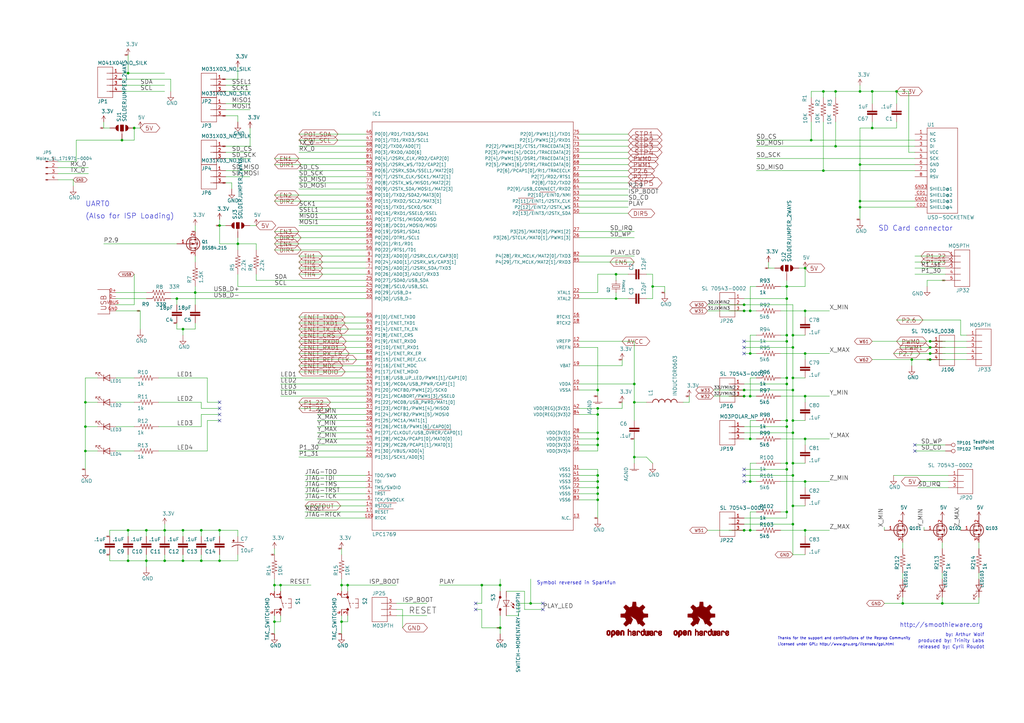
<source format=kicad_sch>
(kicad_sch (version 20211123) (generator eeschema)
  (paper "User" 426.441 301.295)
  (lib_symbols
    (symbol "Connector:TestPoint" (pin_numbers hide) (pin_names (offset 0.762) hide)
      (property "Reference" "TP" (at 0 6.858 0))
      (property "Value" "TestPoint" (at 0 5.08 0))
      (symbol "TestPoint_1_1"
        (pin passive line (at 0 0 90) (length 2.54) (name "1") (number "1"))
      )
    )
    (symbol "mother-rescue:LED-Device" (pin_numbers hide) (pin_names (offset 1.016) hide)
      (property "Reference" "D" (at 0 2.54 0))
      (property "Value" "LED-Device" (at 0 -2.54 0))
      (symbol "LED-Device_1_1"
        (pin passive line (at -3.81 0 0) (length 2.54) (name "K") (number "1"))
        (pin passive line (at 3.81 0 180) (length 2.54) (name "A") (number "2"))
      )
    )
    (symbol "natuition_electronic_2022:BSS84-mosfet_canal_P" (pin_names (offset 0) hide)
      (property "Reference" "Q2" (at 5.2324 -1.1684 0))
      (property "Value" "BSS84-mosfet_canal_P" (at 5.2324 1.143 0))
      (symbol "BSS84-mosfet_canal_P_1_1"
        (pin input line (at -5.08 0 0) (length 5.08) (name "G") (number "1"))
        (pin passive line (at 2.54 -5.08 90) (length 2.54) (name "S") (number "2"))
        (pin passive line (at 2.54 5.08 270) (length 2.54) (name "D") (number "3"))
      )
    )
    (symbol "natuition_electronic_2022:Molex_SL_171971-0004" (pin_names (offset 1.016) hide)
      (property "Reference" "J1" (at 0.635 6.316 0))
      (property "Value" "Molex_SL_171971-0004" (at 13.97 6.35 0))
      (symbol "Molex_SL_171971-0004_1_1"
        (pin passive line (at 5.08 2.54 180) (length 3.81) (name "Pin_1") (number "1"))
        (pin passive line (at 5.08 0 180) (length 3.81) (name "Pin_2") (number "2"))
        (pin passive line (at 5.08 -2.54 180) (length 3.81) (name "Pin_3") (number "3"))
        (pin passive line (at 5.08 -5.08 180) (length 3.81) (name "Pin_4") (number "4"))
      )
    )
    (symbol "smoothieboard-5driver-eagle-import:3.3V" (power) (pin_names (offset 1.016))
      (property "Value" "3.3V" (at -1.016 3.556 0))
      (symbol "3.3V_1_0"
        (pin power_in line (at 0 0 90) (length 2.54) (name "3.3V") (number "1"))
      )
    )
    (symbol "smoothieboard-5driver-eagle-import:5V" (power) (pin_names (offset 1.016))
      (property "Value" "5V" (at -1.016 3.556 0))
      (symbol "5V_1_0"
        (pin power_in line (at 0 0 90) (length 2.54) (name "5V") (number "1"))
      )
    )
    (symbol "smoothieboard-5driver-eagle-import:AGND" (power) (pin_names (offset 1.016))
      (property "Value" "AGND" (at -2.54 -5.08 90))
      (symbol "AGND_1_0"
        (pin power_in line (at 0 2.54 270) (length 2.54) (name "AGND") (number "1"))
      )
    )
    (symbol "smoothieboard-5driver-eagle-import:C-EUC0603" (pin_names (offset 1.016))
      (property "Reference" "C" (at 1.524 0.381 0))
      (property "Value" "C-EUC0603" (at 1.524 -4.699 0))
      (symbol "C-EUC0603_1_0"
        (pin passive line (at 0 2.54 270) (length 2.54) (name "1") (number "1"))
        (pin passive line (at 0 -5.08 90) (length 2.54) (name "2") (number "2"))
      )
    )
    (symbol "smoothieboard-5driver-eagle-import:C-EUC0805" (pin_names (offset 1.016))
      (property "Reference" "C" (at 1.524 0.381 0))
      (property "Value" "C-EUC0805" (at 1.524 -4.699 0))
      (symbol "C-EUC0805_1_0"
        (pin passive line (at 0 2.54 270) (length 2.54) (name "1") (number "1"))
        (pin passive line (at 0 -5.08 90) (length 2.54) (name "2") (number "2"))
      )
    )
    (symbol "smoothieboard-5driver-eagle-import:CAP_POL1206" (pin_names (offset 1.016))
      (property "Reference" "C" (at 1.016 0.635 0))
      (property "Value" "CAP_POL1206" (at 1.016 -4.191 0))
      (symbol "CAP_POL1206_1_0"
        (pin passive line (at 0 2.54 270) (length 2.54) (name "+") (number "A"))
        (pin passive line (at 0 -5.08 90) (length 2.54) (name "-") (number "C"))
      )
    )
    (symbol "smoothieboard-5driver-eagle-import:CRYSTALTHIN" (pin_names (offset 1.016))
      (property "Reference" "Y" (at -2.54 2.54 0))
      (property "Value" "CRYSTALTHIN" (at -2.54 -3.81 0))
      (symbol "CRYSTALTHIN_1_0"
        (pin passive line (at -2.54 0 0) (length 0) (name "1") (number "1"))
        (pin passive line (at 2.54 0 180) (length 0) (name "2") (number "2"))
      )
    )
    (symbol "smoothieboard-5driver-eagle-import:GND" (power) (pin_names (offset 1.016))
      (property "Value" "GND" (at -1.905 -3.175 0))
      (symbol "GND_1_0"
        (pin power_in line (at 0 2.54 270) (length 2.54) (name "GND") (number "1"))
      )
    )
    (symbol "smoothieboard-5driver-eagle-import:INDUCTOR0603" (pin_names (offset 1.016))
      (property "Value" "INDUCTOR0603" (at 2.54 -5.08 0))
      (symbol "INDUCTOR0603_1_0"
        (pin passive line (at 0 7.62 270) (length 2.54) (name "1") (number "1"))
        (pin passive line (at 0 -7.62 90) (length 2.54) (name "2") (number "2"))
      )
    )
    (symbol "smoothieboard-5driver-eagle-import:LPC1768" (pin_names (offset 1.016))
      (property "Reference" "U" (at -43.18 86.36 0))
      (property "Value" "LPC1768" (at -43.18 -88.9 0))
      (symbol "LPC1768_1_0"
        (pin bidirectional line (at -45.72 -63.5 0) (length 2.54) (name "TDO/SWO") (number "1"))
        (pin bidirectional line (at 43.18 -25.4 180) (length 2.54) (name "VDDA") (number "10"))
        (pin bidirectional line (at -45.72 -81.28 0) (length 2.54) (name "RTCK") (number "100"))
        (pin bidirectional line (at 43.18 -27.94 180) (length 2.54) (name "VSSA") (number "11"))
        (pin bidirectional line (at 43.18 -7.62 180) (length 2.54) (name "VREFP") (number "12"))
        (pin bidirectional line (at 43.18 -81.28 180) (length 2.54) (name "N.C.") (number "13"))
        (pin bidirectional line (at -45.72 -76.2 0) (length 2.54) (name "RSTOUT") (number "14"))
        (pin bidirectional line (at 43.18 -10.16 180) (length 2.54) (name "VREFN") (number "15"))
        (pin bidirectional line (at 43.18 2.54 180) (length 2.54) (name "RTCX1") (number "16"))
        (pin bidirectional line (at -45.72 -78.74 0) (length 2.54) (name "RESET") (number "17"))
        (pin bidirectional line (at 43.18 0 180) (length 2.54) (name "RTCX2") (number "18"))
        (pin bidirectional line (at 43.18 -17.78 180) (length 2.54) (name "VBAT") (number "19"))
        (pin bidirectional line (at -45.72 -66.04 0) (length 2.54) (name "TDI") (number "2"))
        (pin bidirectional line (at -45.72 -55.88 0) (length 2.54) (name "P1[31]/SCK1/AD0[5]") (number "20"))
        (pin bidirectional line (at -45.72 -53.34 0) (length 2.54) (name "P1[30]/VBUS/AD0[4]") (number "21"))
        (pin bidirectional line (at 43.18 12.7 180) (length 2.54) (name "XTAL1") (number "22"))
        (pin bidirectional line (at 43.18 10.16 180) (length 2.54) (name "XTAL2") (number "23"))
        (pin bidirectional line (at -45.72 15.24 0) (length 2.54) (name "P0[28]/SCL0/USB_SCL") (number "24"))
        (pin bidirectional line (at -45.72 17.78 0) (length 2.54) (name "P0[27]/SDA0/USB_SDA") (number "25"))
        (pin bidirectional line (at 43.18 35.56 180) (length 2.54) (name "P3[26]/STCLK/MAT0[1]/PWM1[3]") (number "26"))
        (pin bidirectional line (at 43.18 38.1 180) (length 2.54) (name "P3[25]/MAT0[0]/PWM1[2]") (number "27"))
        (pin bidirectional line (at 43.18 -45.72 180) (length 2.54) (name "VDD(3V3)1") (number "28"))
        (pin bidirectional line (at -45.72 12.7 0) (length 2.54) (name "P0[29]/USB_D+") (number "29"))
        (pin bidirectional line (at -45.72 -68.58 0) (length 2.54) (name "TMS/SWDIO") (number "3"))
        (pin bidirectional line (at -45.72 10.16 0) (length 2.54) (name "P0[30]/USB_D-") (number "30"))
        (pin bidirectional line (at 43.18 -60.96 180) (length 2.54) (name "VSS1") (number "31"))
        (pin bidirectional line (at -45.72 -22.86 0) (length 2.54) (name "P1[18]/USB_UP_LED/PWM1[1]/CAP1[0]") (number "32"))
        (pin bidirectional line (at -45.72 -25.4 0) (length 2.54) (name "P1[19]/MC0A/USB_PPWR/CAP1[1]") (number "33"))
        (pin bidirectional line (at -45.72 -27.94 0) (length 2.54) (name "P1[20]/MCFB0/PWM1[2]/SCK0") (number "34"))
        (pin bidirectional line (at -45.72 -30.48 0) (length 2.54) (name "P1[21]/MCABORT/PWM1[3]/SSEL0") (number "35"))
        (pin bidirectional line (at -45.72 -33.02 0) (length 2.54) (name "P1[22]/MC0B/USB_PWRD/MAT1[0]") (number "36"))
        (pin bidirectional line (at -45.72 -35.56 0) (length 2.54) (name "P1[23]/MCFB1/PWM1[4]/MISO0") (number "37"))
        (pin bidirectional line (at -45.72 -38.1 0) (length 2.54) (name "P1[24]/MCFB2/PWM1[5]/MOSI0") (number "38"))
        (pin bidirectional line (at -45.72 -40.64 0) (length 2.54) (name "P1[25]/MC1A/MAT1[1]") (number "39"))
        (pin bidirectional line (at -45.72 -71.12 0) (length 2.54) (name "TRST") (number "4"))
        (pin bidirectional line (at -45.72 -43.18 0) (length 2.54) (name "P1[26]/MC1B/PWM1[6]/CAP0[0]") (number "40"))
        (pin bidirectional line (at 43.18 -63.5 180) (length 2.54) (name "VSS2") (number "41"))
        (pin bidirectional line (at 43.18 -35.56 180) (length 2.54) (name "VDD(REG)(3V3)1") (number "42"))
        (pin bidirectional line (at -45.72 -45.72 0) (length 2.54) (name "P1[27]/CLKOUT/USB_OVRCR/CAP0[1]") (number "43"))
        (pin bidirectional line (at -45.72 -48.26 0) (length 2.54) (name "P1[28]/MC2A/PCAP1[0]/MAT0[0]") (number "44"))
        (pin bidirectional line (at -45.72 -50.8 0) (length 2.54) (name "P1[29]/MC2B/PCAP1[1]/MAT0[1]") (number "45"))
        (pin bidirectional line (at -45.72 78.74 0) (length 2.54) (name "P0[0]/RD1/TXD3/SDA1") (number "46"))
        (pin bidirectional line (at -45.72 76.2 0) (length 2.54) (name "P0[1]/TD1/RXD3/SCL1") (number "47"))
        (pin bidirectional line (at -45.72 53.34 0) (length 2.54) (name "P0[10]/TXD2/SDA2/MAT3[0]") (number "48"))
        (pin bidirectional line (at -45.72 50.8 0) (length 2.54) (name "P0[11]/RXD2/SCL2/MAT3[1]") (number "49"))
        (pin bidirectional line (at -45.72 -73.66 0) (length 2.54) (name "TCK/SWDCLK") (number "5"))
        (pin bidirectional line (at 43.18 45.72 180) (length 2.54) (name "P2[13]/EINT3/I2STX_SDA") (number "50"))
        (pin bidirectional line (at 43.18 48.26 180) (length 2.54) (name "P2[12]/EINT2/I2STX_WS") (number "51"))
        (pin bidirectional line (at 43.18 50.8 180) (length 2.54) (name "P2[11]/EINT1/I2STX_CLK") (number "52"))
        (pin bidirectional line (at 43.18 53.34 180) (length 2.54) (name "P2[10]/EINT0/NMI") (number "53"))
        (pin bidirectional line (at 43.18 -48.26 180) (length 2.54) (name "VDD(3V3)2") (number "54"))
        (pin bidirectional line (at 43.18 -66.04 180) (length 2.54) (name "VSS3") (number "55"))
        (pin bidirectional line (at -45.72 30.48 0) (length 2.54) (name "P0[22]/RTS1/TD1") (number "56"))
        (pin bidirectional line (at -45.72 33.02 0) (length 2.54) (name "P0[21]/RI1/RD1") (number "57"))
        (pin bidirectional line (at -45.72 35.56 0) (length 2.54) (name "P0[20]/DTR1/SCL1") (number "58"))
        (pin bidirectional line (at -45.72 38.1 0) (length 2.54) (name "P0[19]/DSR1/SDA1") (number "59"))
        (pin bidirectional line (at -45.72 20.32 0) (length 2.54) (name "P0[26]/AD0[3]/AOUT/RXD3") (number "6"))
        (pin bidirectional line (at -45.72 40.64 0) (length 2.54) (name "P0[18]/DCD1/MOSI0/MOSI") (number "60"))
        (pin bidirectional line (at -45.72 43.18 0) (length 2.54) (name "P0[17]/CTS1/MISO0/MISO") (number "61"))
        (pin bidirectional line (at -45.72 48.26 0) (length 2.54) (name "P0[15]/TXD1/SCK0/SCK") (number "62"))
        (pin bidirectional line (at -45.72 45.72 0) (length 2.54) (name "P0[16]/RXD1/SSEL0/SSEL") (number "63"))
        (pin bidirectional line (at 43.18 55.88 180) (length 2.54) (name "P2[9]/USB_CONNECT/RXD2") (number "64"))
        (pin bidirectional line (at 43.18 58.42 180) (length 2.54) (name "P2[8]/TD2/TXD2") (number "65"))
        (pin bidirectional line (at 43.18 60.96 180) (length 2.54) (name "P2[7]/RD2/RTS1") (number "66"))
        (pin bidirectional line (at 43.18 63.5 180) (length 2.54) (name "P2[6]/PCAP1[0]/RI1/TRACECLK") (number "67"))
        (pin bidirectional line (at 43.18 66.04 180) (length 2.54) (name "P2[5]/PWM1[6]/DTR1/TRACEDATA[0]") (number "68"))
        (pin bidirectional line (at 43.18 68.58 180) (length 2.54) (name "P2[4]/PWM1[5]/DSR1/TRACEDATA[1]") (number "69"))
        (pin bidirectional line (at -45.72 22.86 0) (length 2.54) (name "P0[25]/AD0[2]/I2SRX_SDA/TXD3") (number "7"))
        (pin bidirectional line (at 43.18 71.12 180) (length 2.54) (name "P2[3]/PWM1[4]/DCD1/TRACEDATA[2]") (number "70"))
        (pin bidirectional line (at 43.18 -50.8 180) (length 2.54) (name "VDD(3V3)3") (number "71"))
        (pin bidirectional line (at 43.18 -68.58 180) (length 2.54) (name "VSS4") (number "72"))
        (pin bidirectional line (at 43.18 73.66 180) (length 2.54) (name "P2[2]/PWM1[3]/CTS1/TRACEDATA[3]") (number "73"))
        (pin bidirectional line (at 43.18 76.2 180) (length 2.54) (name "P2[1]/PWM1[2]/RXD1") (number "74"))
        (pin bidirectional line (at 43.18 78.74 180) (length 2.54) (name "P2[0]/PWM1[1]/TXD1") (number "75"))
        (pin bidirectional line (at -45.72 55.88 0) (length 2.54) (name "P0[9]/I2STX_SDA/MOSI1/MAT2[3]") (number "76"))
        (pin bidirectional line (at -45.72 58.42 0) (length 2.54) (name "P0[8]/I2STX_WS/MISO1/MAT2[2]") (number "77"))
        (pin bidirectional line (at -45.72 60.96 0) (length 2.54) (name "P0[7]/I2STX_CLK/SCK1/MAT2[1]") (number "78"))
        (pin bidirectional line (at -45.72 63.5 0) (length 2.54) (name "P0[6]/I2SRX_SDA/SSEL1/MAT2[0]") (number "79"))
        (pin bidirectional line (at -45.72 25.4 0) (length 2.54) (name "P0[24]/AD0[1]/I2SRX_WS/CAP3[1]") (number "8"))
        (pin bidirectional line (at -45.72 66.04 0) (length 2.54) (name "P0[5]/I2SRX_WS/TD2/CAP2[1]") (number "80"))
        (pin bidirectional line (at -45.72 68.58 0) (length 2.54) (name "P0[4]/I2SRX_CLK/RD2/CAP2[0]") (number "81"))
        (pin bidirectional line (at 43.18 27.94 180) (length 2.54) (name "P4[28]/RX_MCLK/MAT2[0]/TXD3") (number "82"))
        (pin bidirectional line (at 43.18 -73.66 180) (length 2.54) (name "VSS6") (number "83"))
        (pin bidirectional line (at 43.18 -38.1 180) (length 2.54) (name "VDD(REG)(3V3)2") (number "84"))
        (pin bidirectional line (at 43.18 25.4 180) (length 2.54) (name "P4[29]/TX_MCLK/MAT2[1]/RXD3") (number "85"))
        (pin bidirectional line (at -45.72 -20.32 0) (length 2.54) (name "P1[17]/ENET_MDIO") (number "86"))
        (pin bidirectional line (at -45.72 -17.78 0) (length 2.54) (name "P1[16]/ENET_MDC") (number "87"))
        (pin bidirectional line (at -45.72 -15.24 0) (length 2.54) (name "P1[15]/ENET_REF_CLK") (number "88"))
        (pin bidirectional line (at -45.72 -12.7 0) (length 2.54) (name "P1[14]/ENET_RX_ER") (number "89"))
        (pin bidirectional line (at -45.72 27.94 0) (length 2.54) (name "P0[23]/AD0[0]/I2SRX_CLK/CAP3[0]") (number "9"))
        (pin bidirectional line (at -45.72 -10.16 0) (length 2.54) (name "P1[10]/ENET_RXD1") (number "90"))
        (pin bidirectional line (at -45.72 -7.62 0) (length 2.54) (name "P1[9]/ENET_RXD0") (number "91"))
        (pin bidirectional line (at -45.72 -5.08 0) (length 2.54) (name "P1[8]/ENET_CRS") (number "92"))
        (pin bidirectional line (at -45.72 -2.54 0) (length 2.54) (name "P1[4]/ENET_TX_EN") (number "93"))
        (pin bidirectional line (at -45.72 0 0) (length 2.54) (name "P1[1]/ENET_TXD1") (number "94"))
        (pin bidirectional line (at -45.72 2.54 0) (length 2.54) (name "P1[0]/ENET_TXD0") (number "95"))
        (pin bidirectional line (at 43.18 -53.34 180) (length 2.54) (name "VDD(3V3)4") (number "96"))
        (pin bidirectional line (at 43.18 -71.12 180) (length 2.54) (name "VSS5") (number "97"))
        (pin bidirectional line (at -45.72 73.66 0) (length 2.54) (name "P0[2]/TXD0/AD0[7]") (number "98"))
        (pin bidirectional line (at -45.72 71.12 0) (length 2.54) (name "P0[3]/RXD0/AD0[6]") (number "99"))
      )
    )
    (symbol "smoothieboard-5driver-eagle-import:M031X03_NO_SILK" (pin_names (offset 1.016))
      (property "Reference" "JP" (at -2.54 5.842 0))
      (property "Value" "M031X03_NO_SILK" (at -2.54 -7.62 0))
      (symbol "M031X03_NO_SILK_1_0"
        (pin passive line (at 7.62 -2.54 180) (length 5.08) (name "1") (number "1"))
        (pin passive line (at 7.62 0 180) (length 5.08) (name "2") (number "2"))
        (pin passive line (at 7.62 2.54 180) (length 5.08) (name "3") (number "3"))
      )
    )
    (symbol "smoothieboard-5driver-eagle-import:M03POLAR" (pin_names (offset 1.016))
      (property "Reference" "JP" (at -2.54 5.842 0))
      (property "Value" "M03POLAR" (at -2.54 -7.62 0))
      (symbol "M03POLAR_1_0"
        (pin passive line (at 7.62 -2.54 180) (length 5.08) (name "1") (number "1"))
        (pin passive line (at 7.62 0 180) (length 5.08) (name "2") (number "2"))
        (pin passive line (at 7.62 2.54 180) (length 5.08) (name "3") (number "3"))
      )
    )
    (symbol "smoothieboard-5driver-eagle-import:M03PTH" (pin_names (offset 1.016))
      (property "Reference" "JP" (at -2.54 5.842 0))
      (property "Value" "M03PTH" (at -2.54 -7.62 0))
      (symbol "M03PTH_1_0"
        (pin passive line (at 7.62 -2.54 180) (length 5.08) (name "1") (number "1"))
        (pin passive line (at 7.62 0 180) (length 5.08) (name "2") (number "2"))
        (pin passive line (at 7.62 2.54 180) (length 5.08) (name "3") (number "3"))
      )
    )
    (symbol "smoothieboard-5driver-eagle-import:M041X04_NO_SILK" (pin_names (offset 1.016))
      (property "Reference" "JP" (at -5.08 8.382 0))
      (property "Value" "M041X04_NO_SILK" (at -5.08 -7.62 0))
      (symbol "M041X04_NO_SILK_1_0"
        (pin passive line (at 5.08 -2.54 180) (length 5.08) (name "1") (number "1"))
        (pin passive line (at 5.08 0 180) (length 5.08) (name "2") (number "2"))
        (pin passive line (at 5.08 2.54 180) (length 5.08) (name "3") (number "3"))
        (pin passive line (at 5.08 5.08 180) (length 5.08) (name "4") (number "4"))
      )
    )
    (symbol "smoothieboard-5driver-eagle-import:M05PTH" (pin_names (offset 1.016))
      (property "Reference" "JP" (at -2.54 8.382 0))
      (property "Value" "M05PTH" (at -2.54 -10.16 0))
      (symbol "M05PTH_1_0"
        (pin passive line (at 7.62 -5.08 180) (length 5.08) (name "1") (number "1"))
        (pin passive line (at 7.62 -2.54 180) (length 5.08) (name "2") (number "2"))
        (pin passive line (at 7.62 0 180) (length 5.08) (name "3") (number "3"))
        (pin passive line (at 7.62 2.54 180) (length 5.08) (name "4") (number "4"))
        (pin passive line (at 7.62 5.08 180) (length 5.08) (name "5") (number "5"))
      )
    )
    (symbol "smoothieboard-5driver-eagle-import:OSHW-LOGOH" (pin_names (offset 1.016)))
    (symbol "smoothieboard-5driver-eagle-import:R-US_R0603" (pin_names (offset 1.016))
      (property "Reference" "R" (at -3.81 1.4986 0))
      (property "Value" "R-US_R0603" (at -3.81 -3.302 0))
      (symbol "R-US_R0603_1_0"
        (pin passive line (at -5.08 0 0) (length 2.54) (name "1") (number "1"))
        (pin passive line (at 5.08 0 180) (length 2.54) (name "2") (number "2"))
      )
    )
    (symbol "smoothieboard-5driver-eagle-import:SOLDERJUMPER_2WAYS" (pin_names (offset 1.016))
      (property "Reference" "SJ" (at 2.54 0.381 0))
      (property "Value" "SOLDERJUMPER_2WAYS" (at 2.54 -1.905 0))
      (symbol "SOLDERJUMPER_2WAYS_1_0"
        (pin passive line (at 0 5.08 270) (length 2.54) (name "1") (number "1"))
        (pin passive line (at -5.08 0 0) (length 2.54) (name "2") (number "2"))
        (pin passive line (at 0 -5.08 90) (length 2.54) (name "3") (number "3"))
      )
    )
    (symbol "smoothieboard-5driver-eagle-import:SWITCH-MOMENTARY-LEDPTH" (pin_names (offset 1.016))
      (property "Reference" "S" (at -4.064 2.032 0))
      (property "Value" "SWITCH-MOMENTARY-LEDPTH" (at -4.572 -8.382 0))
      (symbol "SWITCH-MOMENTARY-LEDPTH_1_0"
        (pin passive line (at 5.08 0 180) (length 2.54) (name "2") (number "2"))
        (pin passive line (at -5.08 0 0) (length 2.54) (name "1") (number "4"))
        (pin passive line (at -5.08 -2.54 0) (length 2.54) (name "A") (number "A"))
        (pin passive line (at 5.08 -2.54 180) (length 2.54) (name "C") (number "C"))
      )
    )
    (symbol "smoothieboard-5driver-eagle-import:TAC_SWITCHSMD" (pin_names (offset 1.016))
      (property "Reference" "S" (at -2.54 6.35 0))
      (property "Value" "TAC_SWITCHSMD" (at -2.54 -6.35 0))
      (symbol "TAC_SWITCHSMD_1_0"
        (pin passive line (at -5.08 0 0) (length 2.54) (name "1") (number "1"))
        (pin passive line (at -5.08 -2.54 0) (length 2.54) (name "2") (number "2"))
        (pin passive line (at 5.08 0 180) (length 2.54) (name "3") (number "3"))
        (pin passive line (at 5.08 -2.54 180) (length 2.54) (name "4") (number "4"))
      )
    )
    (symbol "smoothieboard-5driver-eagle-import:USBPTH" (pin_names (offset 1.016))
      (symbol "USBPTH_1_0"
        (text "USB" (at 3.81 0 900) (effects (font (size 2.159 2.159)) (justify left bottom)))
        (pin bidirectional line (at -2.54 7.62 0) (length 2.54) (name "D+") (number "D+"))
        (pin bidirectional line (at -2.54 5.08 0) (length 2.54) (name "D-") (number "D-"))
        (pin bidirectional line (at -2.54 0 0) (length 2.54) (name "GND") (number "GND"))
        (pin bidirectional line (at -2.54 2.54 0) (length 2.54) (name "VBUS") (number "VBUS"))
      )
    )
    (symbol "smoothieboard-5driver-eagle-import:USD-SOCKETNEW" (pin_names (offset 1.016))
      (property "Reference" "U" (at -2.54 15.748 0))
      (property "Value" "USD-SOCKETNEW" (at -2.54 -22.86 0))
      (symbol "USD-SOCKETNEW_1_0"
        (pin bidirectional line (at -7.62 12.7 0) (length 5.08) (name "NC") (number "1"))
        (pin bidirectional line (at -7.62 10.16 0) (length 5.08) (name "CS") (number "2"))
        (pin bidirectional line (at -7.62 7.62 0) (length 5.08) (name "DI") (number "3"))
        (pin bidirectional line (at -7.62 5.08 0) (length 5.08) (name "VCC") (number "4"))
        (pin bidirectional line (at -7.62 2.54 0) (length 5.08) (name "SCK") (number "5"))
        (pin bidirectional line (at -7.62 0 0) (length 5.08) (name "GND") (number "6"))
        (pin bidirectional line (at -7.62 -2.54 0) (length 5.08) (name "DO") (number "7"))
        (pin bidirectional line (at -7.62 -5.08 0) (length 5.08) (name "RSV") (number "8"))
        (pin bidirectional line (at -7.62 -12.7 0) (length 5.08) (name "SHIELD@2") (number "CD1"))
        (pin bidirectional line (at -7.62 -17.78 0) (length 5.08) (name "SHIELD@4") (number "CD2"))
        (pin bidirectional line (at -7.62 -15.24 0) (length 5.08) (name "SHIELD@3") (number "GND1"))
        (pin bidirectional line (at -7.62 -10.16 0) (length 5.08) (name "SHIELD@1") (number "GND3"))
      )
    )
  )
  (junction (at 347.98 60.96))
  (junction (at 330.2 139.7))
  (junction (at 91.44 93.98))
  (junction (at 327.66 139.7))
  (junction (at 144.78 243.84))
  (junction (at 264.16 160.02))
  (junction (at 327.66 142.24))
  (junction (at 53.34 220.98))
  (junction (at 387.35 144.78))
  (junction (at 256.54 114.3))
  (junction (at 327.66 119.38))
  (junction (at 142.24 243.84))
  (junction (at 312.42 182.88))
  (junction (at 335.28 147.32))
  (junction (at 330.2 193.04))
  (junction (at 91.44 233.68))
  (junction (at 248.92 198.12))
  (junction (at 309.88 162.56))
  (junction (at 363.22 38.1))
  (junction (at 76.2 220.98))
  (junction (at 220.98 251.46))
  (junction (at 248.92 185.42))
  (junction (at 208.28 261.62))
  (junction (at 327.66 160.02))
  (junction (at 335.28 165.1))
  (junction (at 327.66 124.46))
  (junction (at 330.2 180.34))
  (junction (at 327.66 175.26))
  (junction (at 335.28 220.98))
  (junction (at 327.66 195.58))
  (junction (at 309.88 127))
  (junction (at 142.24 259.08))
  (junction (at 248.92 208.28))
  (junction (at 312.42 129.54))
  (junction (at 256.54 124.46))
  (junction (at 264.16 190.5))
  (junction (at 208.28 243.84))
  (junction (at 50.8 58.42))
  (junction (at 358.14 86.36))
  (junction (at 248.92 205.74))
  (junction (at 379.73 149.86))
  (junction (at 248.92 200.66))
  (junction (at 76.2 137.16))
  (junction (at 248.92 172.72))
  (junction (at 55.88 53.34))
  (junction (at 387.35 147.32))
  (junction (at 387.35 142.24))
  (junction (at 60.96 220.98))
  (junction (at 335.28 111.76))
  (junction (at 335.28 182.88))
  (junction (at 248.92 180.34))
  (junction (at 248.92 162.56))
  (junction (at 363.22 53.34))
  (junction (at 327.66 193.04))
  (junction (at 347.98 38.1))
  (junction (at 248.92 182.88))
  (junction (at 60.96 233.68))
  (junction (at 81.28 121.92))
  (junction (at 330.2 175.26))
  (junction (at 200.66 243.84))
  (junction (at 309.88 129.54))
  (junction (at 330.2 198.12))
  (junction (at 392.43 251.46))
  (junction (at 330.2 144.78))
  (junction (at 337.82 58.42))
  (junction (at 342.9 38.1))
  (junction (at 312.42 165.1))
  (junction (at 330.2 218.44))
  (junction (at 83.82 233.68))
  (junction (at 387.35 149.86))
  (junction (at 327.66 177.8))
  (junction (at 312.42 147.32))
  (junction (at 91.44 220.98))
  (junction (at 68.58 220.98))
  (junction (at 330.2 162.56))
  (junction (at 73.66 124.46))
  (junction (at 358.14 68.58))
  (junction (at 330.2 210.82))
  (junction (at 312.42 220.98))
  (junction (at 327.66 157.48))
  (junction (at 35.56 187.96))
  (junction (at 99.06 101.6))
  (junction (at 35.56 177.8))
  (junction (at 248.92 203.2))
  (junction (at 264.16 167.64))
  (junction (at 53.34 30.48))
  (junction (at 271.78 119.38))
  (junction (at 83.82 220.98))
  (junction (at 358.14 83.82))
  (junction (at 375.92 251.46))
  (junction (at 330.2 157.48))
  (junction (at 35.56 167.64))
  (junction (at 358.14 38.1))
  (junction (at 373.38 38.1))
  (junction (at 335.28 200.66))
  (junction (at 335.28 129.54))
  (junction (at 248.92 170.18))
  (junction (at 116.84 243.84))
  (junction (at 114.3 259.08))
  (junction (at 76.2 233.68))
  (junction (at 53.34 233.68))
  (junction (at 309.88 220.98))
  (junction (at 114.3 243.84))
  (junction (at 309.88 165.1))
  (junction (at 312.42 200.66))
  (junction (at 68.58 233.68))
  (junction (at 327.66 213.36))
  (junction (at 342.9 71.12))
  (no_connect (at 91.44 167.64))
  (no_connect (at 91.44 170.18))
  (no_connect (at 91.44 172.72))
  (no_connect (at 91.44 175.26))
  (no_connect (at 309.88 195.58))
  (no_connect (at 309.88 198.12))
  (no_connect (at 309.88 200.66))
  (no_connect (at 309.88 142.24))
  (no_connect (at 309.88 144.78))
  (no_connect (at 309.88 147.32))
  (no_connect (at 198.12 251.46))
  (no_connect (at 198.12 254))
  (no_connect (at 226.06 251.46))
  (no_connect (at 226.06 254))
  (no_connect (at 381 185.42))
  (no_connect (at 381 187.96))
  (wire (pts (xy 327.66 213.36) (xy 327.66 215.9)))
  (wire (pts (xy 152.4 134.62) (xy 124.46 134.62)))
  (wire (pts (xy 335.28 220.98) (xy 345.44 220.98)))
  (wire (pts (xy 48.26 177.8) (xy 55.88 177.8)))
  (wire (pts (xy 248.92 172.72) (xy 248.92 180.34)))
  (wire (pts (xy 167.64 261.62) (xy 167.64 254)))
  (wire (pts (xy 93.98 33.02) (xy 99.06 33.02)))
  (wire (pts (xy 93.98 48.26) (xy 99.06 48.26)))
  (wire (pts (xy 294.64 129.54) (xy 309.88 129.54)))
  (wire (pts (xy 40.64 187.96) (xy 35.56 187.96)))
  (wire (pts (xy 48.26 157.48) (xy 55.88 157.48)))
  (wire (pts (xy 104.14 93.98) (xy 106.68 93.98)))
  (wire (pts (xy 347.98 60.96) (xy 314.96 60.96)))
  (wire (pts (xy 142.24 228.6) (xy 142.24 231.14)))
  (wire (pts (xy 106.68 104.14) (xy 106.68 101.6)))
  (wire (pts (xy 312.42 182.88) (xy 312.42 175.26)))
  (wire (pts (xy 372.11 198.12) (xy 394.97 198.12)))
  (wire (pts (xy 200.66 243.84) (xy 182.88 243.84)))
  (wire (pts (xy 330.2 218.44) (xy 330.2 210.82)))
  (wire (pts (xy 264.16 175.26) (xy 264.16 167.64)))
  (wire (pts (xy 152.4 203.2) (xy 127 203.2)))
  (wire (pts (xy 248.92 203.2) (xy 248.92 200.66)))
  (wire (pts (xy 241.3 160.02) (xy 264.16 160.02)))
  (wire (pts (xy 374.65 144.78) (xy 387.35 144.78)))
  (wire (pts (xy 142.24 246.38) (xy 142.24 243.84)))
  (wire (pts (xy 309.88 182.88) (xy 312.42 182.88)))
  (wire (pts (xy 152.4 78.74) (xy 124.46 78.74)))
  (wire (pts (xy 248.92 170.18) (xy 248.92 172.72)))
  (wire (pts (xy 208.28 241.3) (xy 208.28 243.84)))
  (wire (pts (xy 327.66 193.04) (xy 327.66 195.58)))
  (wire (pts (xy 372.11 147.32) (xy 387.35 147.32)))
  (wire (pts (xy 241.3 78.74) (xy 261.62 78.74)))
  (wire (pts (xy 330.2 175.26) (xy 330.2 162.56)))
  (wire (pts (xy 35.56 195.58) (xy 35.56 187.96)))
  (wire (pts (xy 99.06 104.14) (xy 99.06 101.6)))
  (wire (pts (xy 198.12 251.46) (xy 200.66 251.46)))
  (wire (pts (xy 152.4 170.18) (xy 124.46 170.18)))
  (wire (pts (xy 327.66 157.48) (xy 327.66 160.02)))
  (wire (pts (xy 152.4 76.2) (xy 124.46 76.2)))
  (wire (pts (xy 325.12 139.7) (xy 327.66 139.7)))
  (wire (pts (xy 241.3 200.66) (xy 248.92 200.66)))
  (wire (pts (xy 363.22 43.18) (xy 363.22 38.1)))
  (wire (pts (xy 45.72 231.14) (xy 45.72 233.68)))
  (wire (pts (xy 50.8 35.56) (xy 68.58 35.56)))
  (wire (pts (xy 327.66 119.38) (xy 335.28 119.38)))
  (wire (pts (xy 335.28 231.14) (xy 330.2 231.14)))
  (wire (pts (xy 320.04 111.76) (xy 322.58 111.76)))
  (wire (pts (xy 335.28 175.26) (xy 330.2 175.26)))
  (wire (pts (xy 73.66 134.62) (xy 73.66 137.16)))
  (wire (pts (xy 241.3 55.88) (xy 261.62 55.88)))
  (wire (pts (xy 53.34 223.52) (xy 53.34 220.98)))
  (wire (pts (xy 335.28 200.66) (xy 345.44 200.66)))
  (wire (pts (xy 241.3 182.88) (xy 248.92 182.88)))
  (wire (pts (xy 210.82 246.38) (xy 218.44 246.38)))
  (wire (pts (xy 342.9 38.1) (xy 347.98 38.1)))
  (wire (pts (xy 386.08 116.84) (xy 386.08 119.38)))
  (wire (pts (xy 330.2 193.04) (xy 330.2 180.34)))
  (wire (pts (xy 314.96 193.04) (xy 312.42 193.04)))
  (wire (pts (xy 363.22 50.8) (xy 363.22 53.34)))
  (wire (pts (xy 312.42 200.66) (xy 312.42 193.04)))
  (wire (pts (xy 393.7 106.68) (xy 381 106.68)))
  (wire (pts (xy 142.24 243.84) (xy 144.78 243.84)))
  (wire (pts (xy 152.4 86.36) (xy 124.46 86.36)))
  (wire (pts (xy 152.4 71.12) (xy 124.46 71.12)))
  (wire (pts (xy 241.3 99.06) (xy 264.16 99.06)))
  (wire (pts (xy 116.84 243.84) (xy 129.54 243.84)))
  (wire (pts (xy 312.42 119.38) (xy 312.42 129.54)))
  (wire (pts (xy 325.12 147.32) (xy 335.28 147.32)))
  (wire (pts (xy 152.4 83.82) (xy 114.3 83.82)))
  (wire (pts (xy 152.4 200.66) (xy 127 200.66)))
  (wire (pts (xy 327.66 142.24) (xy 327.66 157.48)))
  (wire (pts (xy 152.4 101.6) (xy 114.3 101.6)))
  (wire (pts (xy 93.98 38.1) (xy 104.14 38.1)))
  (wire (pts (xy 152.4 60.96) (xy 124.46 60.96)))
  (wire (pts (xy 327.66 195.58) (xy 327.66 213.36)))
  (wire (pts (xy 152.4 147.32) (xy 124.46 147.32)))
  (wire (pts (xy 53.34 30.48) (xy 50.8 30.48)))
  (wire (pts (xy 312.42 147.32) (xy 312.42 139.7)))
  (wire (pts (xy 309.88 195.58) (xy 327.66 195.58)))
  (wire (pts (xy 392.43 238.76) (xy 392.43 241.3)))
  (wire (pts (xy 342.9 71.12) (xy 314.96 71.12)))
  (wire (pts (xy 314.96 213.36) (xy 312.42 213.36)))
  (wire (pts (xy 177.8 251.46) (xy 165.1 251.46)))
  (wire (pts (xy 24.13 74.93) (xy 30.48 74.93)))
  (wire (pts (xy 241.3 76.2) (xy 261.62 76.2)))
  (wire (pts (xy 335.28 129.54) (xy 345.44 129.54)))
  (wire (pts (xy 35.56 167.64) (xy 35.56 157.48)))
  (wire (pts (xy 114.3 259.08) (xy 114.3 256.54)))
  (wire (pts (xy 152.4 149.86) (xy 124.46 149.86)))
  (wire (pts (xy 392.43 226.06) (xy 392.43 228.6)))
  (wire (pts (xy 381 66.04) (xy 314.96 66.04)))
  (wire (pts (xy 335.28 132.08) (xy 335.28 129.54)))
  (wire (pts (xy 393.7 116.84) (xy 386.08 116.84)))
  (wire (pts (xy 99.06 99.06) (xy 99.06 101.6)))
  (wire (pts (xy 142.24 241.3) (xy 142.24 243.84)))
  (wire (pts (xy 327.66 116.84) (xy 327.66 119.38)))
  (wire (pts (xy 375.92 251.46) (xy 392.43 251.46)))
  (wire (pts (xy 383.54 200.66) (xy 394.97 200.66)))
  (wire (pts (xy 373.38 38.1) (xy 373.38 43.18)))
  (wire (pts (xy 152.4 66.04) (xy 114.3 66.04)))
  (wire (pts (xy 76.2 233.68) (xy 83.82 233.68)))
  (wire (pts (xy 363.22 38.1) (xy 358.14 38.1)))
  (wire (pts (xy 58.42 129.54) (xy 48.26 129.54)))
  (wire (pts (xy 330.2 139.7) (xy 330.2 127)))
  (wire (pts (xy 152.4 132.08) (xy 124.46 132.08)))
  (wire (pts (xy 152.4 91.44) (xy 124.46 91.44)))
  (wire (pts (xy 330.2 198.12) (xy 330.2 193.04)))
  (wire (pts (xy 144.78 259.08) (xy 142.24 259.08)))
  (wire (pts (xy 152.4 114.3) (xy 124.46 114.3)))
  (wire (pts (xy 241.3 205.74) (xy 248.92 205.74)))
  (wire (pts (xy 314.96 119.38) (xy 312.42 119.38)))
  (wire (pts (xy 248.92 187.96) (xy 241.3 187.96)))
  (wire (pts (xy 335.28 139.7) (xy 330.2 139.7)))
  (wire (pts (xy 55.88 53.34) (xy 58.42 53.34)))
  (wire (pts (xy 358.14 86.36) (xy 358.14 83.82)))
  (wire (pts (xy 241.3 81.28) (xy 261.62 81.28)))
  (wire (pts (xy 60.96 236.22) (xy 60.96 233.68)))
  (wire (pts (xy 363.22 149.86) (xy 379.73 149.86)))
  (wire (pts (xy 152.4 104.14) (xy 114.3 104.14)))
  (wire (pts (xy 93.98 45.72) (xy 104.14 45.72)))
  (wire (pts (xy 379.73 149.86) (xy 387.35 149.86)))
  (wire (pts (xy 381 187.96) (xy 393.7 187.96)))
  (wire (pts (xy 264.16 182.88) (xy 264.16 190.5)))
  (wire (pts (xy 392.43 251.46) (xy 407.67 251.46)))
  (wire (pts (xy 241.3 96.52) (xy 264.16 96.52)))
  (wire (pts (xy 330.2 180.34) (xy 330.2 175.26)))
  (wire (pts (xy 241.3 142.24) (xy 264.16 142.24)))
  (wire (pts (xy 76.2 223.52) (xy 76.2 220.98)))
  (wire (pts (xy 208.28 256.54) (xy 208.28 261.62)))
  (wire (pts (xy 144.78 246.38) (xy 144.78 243.84)))
  (wire (pts (xy 50.8 58.42) (xy 31.75 58.42)))
  (wire (pts (xy 259.08 149.86) (xy 259.08 152.4)))
  (wire (pts (xy 152.4 88.9) (xy 124.46 88.9)))
  (wire (pts (xy 261.62 124.46) (xy 256.54 124.46)))
  (wire (pts (xy 248.92 144.78) (xy 241.3 144.78)))
  (wire (pts (xy 400.05 133.35) (xy 400.05 139.7)))
  (wire (pts (xy 76.2 231.14) (xy 76.2 233.68)))
  (wire (pts (xy 53.34 220.98) (xy 60.96 220.98)))
  (wire (pts (xy 106.68 101.6) (xy 99.06 101.6)))
  (wire (pts (xy 312.42 182.88) (xy 314.96 182.88)))
  (wire (pts (xy 86.36 187.96) (xy 86.36 175.26)))
  (wire (pts (xy 106.68 116.84) (xy 152.4 116.84)))
  (wire (pts (xy 314.96 157.48) (xy 312.42 157.48)))
  (wire (pts (xy 241.3 203.2) (xy 248.92 203.2)))
  (wire (pts (xy 327.66 175.26) (xy 327.66 177.8)))
  (wire (pts (xy 297.18 165.1) (xy 309.88 165.1)))
  (wire (pts (xy 241.3 109.22) (xy 264.16 109.22)))
  (wire (pts (xy 91.44 223.52) (xy 91.44 220.98)))
  (wire (pts (xy 208.28 261.62) (xy 208.28 264.16)))
  (wire (pts (xy 48.26 121.92) (xy 60.96 121.92)))
  (wire (pts (xy 335.28 119.38) (xy 335.28 111.76)))
  (wire (pts (xy 269.24 190.5) (xy 271.78 193.04)))
  (wire (pts (xy 152.4 137.16) (xy 124.46 137.16)))
  (wire (pts (xy 152.4 162.56) (xy 116.84 162.56)))
  (wire (pts (xy 342.9 40.64) (xy 342.9 38.1)))
  (wire (pts (xy 330.2 231.14) (xy 330.2 218.44)))
  (wire (pts (xy 393.7 114.3) (xy 381 114.3)))
  (wire (pts (xy 393.7 111.76) (xy 381 111.76)))
  (wire (pts (xy 99.06 223.52) (xy 99.06 220.98)))
  (wire (pts (xy 35.56 177.8) (xy 35.56 167.64)))
  (wire (pts (xy 81.28 96.52) (xy 81.28 93.98)))
  (wire (pts (xy 335.28 223.52) (xy 335.28 220.98)))
  (wire (pts (xy 241.3 198.12) (xy 248.92 198.12)))
  (wire (pts (xy 152.4 210.82) (xy 127 210.82)))
  (wire (pts (xy 83.82 170.18) (xy 91.44 170.18)))
  (wire (pts (xy 215.9 251.46) (xy 220.98 251.46)))
  (wire (pts (xy 83.82 233.68) (xy 83.82 231.14)))
  (wire (pts (xy 312.42 220.98) (xy 312.42 213.36)))
  (wire (pts (xy 68.58 223.52) (xy 68.58 220.98)))
  (wire (pts (xy 99.06 231.14) (xy 99.06 233.68)))
  (wire (pts (xy 327.66 139.7) (xy 327.66 142.24)))
  (wire (pts (xy 68.58 233.68) (xy 76.2 233.68)))
  (wire (pts (xy 309.88 127) (xy 330.2 127)))
  (wire (pts (xy 373.38 38.1) (xy 363.22 38.1)))
  (wire (pts (xy 335.28 149.86) (xy 335.28 147.32)))
  (wire (pts (xy 335.28 167.64) (xy 335.28 165.1)))
  (wire (pts (xy 116.84 243.84) (xy 114.3 243.84)))
  (wire (pts (xy 312.42 165.1) (xy 312.42 157.48)))
  (wire (pts (xy 68.58 231.14) (xy 68.58 233.68)))
  (wire (pts (xy 241.3 170.18) (xy 248.92 170.18)))
  (wire (pts (xy 297.18 162.56) (xy 309.88 162.56)))
  (wire (pts (xy 248.92 195.58) (xy 241.3 195.58)))
  (wire (pts (xy 91.44 93.98) (xy 93.98 93.98)))
  (wire (pts (xy 31.75 67.31) (xy 24.13 67.31)))
  (wire (pts (xy 381 86.36) (xy 358.14 86.36)))
  (wire (pts (xy 309.88 144.78) (xy 330.2 144.78)))
  (wire (pts (xy 271.78 119.38) (xy 271.78 124.46)))
  (wire (pts (xy 373.38 53.34) (xy 363.22 53.34)))
  (wire (pts (xy 327.66 160.02) (xy 327.66 175.26)))
  (wire (pts (xy 373.38 133.35) (xy 400.05 133.35)))
  (wire (pts (xy 220.98 251.46) (xy 220.98 241.3)))
  (wire (pts (xy 152.4 177.8) (xy 132.08 177.8)))
  (wire (pts (xy 60.96 233.68) (xy 68.58 233.68)))
  (wire (pts (xy 271.78 124.46) (xy 269.24 124.46)))
  (wire (pts (xy 81.28 106.68) (xy 81.28 109.22)))
  (wire (pts (xy 55.88 53.34) (xy 55.88 58.42)))
  (wire (pts (xy 337.82 38.1) (xy 342.9 38.1)))
  (wire (pts (xy 325.12 220.98) (xy 335.28 220.98)))
  (wire (pts (xy 375.92 226.06) (xy 375.92 228.6)))
  (wire (pts (xy 312.42 147.32) (xy 314.96 147.32)))
  (wire (pts (xy 152.4 198.12) (xy 127 198.12)))
  (wire (pts (xy 241.3 88.9) (xy 261.62 88.9)))
  (wire (pts (xy 241.3 185.42) (xy 248.92 185.42)))
  (wire (pts (xy 325.12 175.26) (xy 327.66 175.26)))
  (wire (pts (xy 312.42 129.54) (xy 314.96 129.54)))
  (wire (pts (xy 368.3 251.46) (xy 375.92 251.46)))
  (wire (pts (xy 312.42 220.98) (xy 314.96 220.98)))
  (wire (pts (xy 325.12 119.38) (xy 327.66 119.38)))
  (wire (pts (xy 152.4 81.28) (xy 114.3 81.28)))
  (wire (pts (xy 152.4 73.66) (xy 124.46 73.66)))
  (wire (pts (xy 325.12 213.36) (xy 327.66 213.36)))
  (wire (pts (xy 73.66 124.46) (xy 71.12 124.46)))
  (wire (pts (xy 93.98 43.18) (xy 104.14 43.18)))
  (wire (pts (xy 264.16 142.24) (xy 264.16 160.02)))
  (wire (pts (xy 152.4 109.22) (xy 124.46 109.22)))
  (wire (pts (xy 259.08 170.18) (xy 248.92 170.18)))
  (wire (pts (xy 314.96 139.7) (xy 312.42 139.7)))
  (wire (pts (xy 152.4 139.7) (xy 124.46 139.7)))
  (wire (pts (xy 81.28 127) (xy 81.28 121.92)))
  (wire (pts (xy 68.58 218.44) (xy 68.58 220.98)))
  (wire (pts (xy 312.42 200.66) (xy 314.96 200.66)))
  (wire (pts (xy 382.27 203.2) (xy 394.97 203.2)))
  (wire (pts (xy 152.4 175.26) (xy 132.08 175.26)))
  (wire (pts (xy 309.88 218.44) (xy 330.2 218.44)))
  (wire (pts (xy 309.88 198.12) (xy 330.2 198.12)))
  (wire (pts (xy 116.84 259.08) (xy 114.3 259.08)))
  (wire (pts (xy 73.66 137.16) (xy 76.2 137.16)))
  (wire (pts (xy 363.22 53.34) (xy 358.14 53.34)))
  (wire (pts (xy 30.48 74.93) (xy 30.48 77.47)))
  (wire (pts (xy 248.92 114.3) (xy 256.54 114.3)))
  (wire (pts (xy 320.04 111.76) (xy 320.04 109.22)))
  (wire (pts (xy 86.36 167.64) (xy 91.44 167.64)))
  (wire (pts (xy 368.3 219.71) (xy 368.3 220.98)))
  (wire (pts (xy 248.92 162.56) (xy 248.92 144.78)))
  (wire (pts (xy 152.4 58.42) (xy 124.46 58.42)))
  (wire (pts (xy 248.92 205.74) (xy 248.92 203.2)))
  (wire (pts (xy 358.14 91.44) (xy 358.14 86.36)))
  (wire (pts (xy 60.96 231.14) (xy 60.96 233.68)))
  (wire (pts (xy 375.92 251.46) (xy 375.92 248.92)))
  (wire (pts (xy 68.58 220.98) (xy 76.2 220.98)))
  (wire (pts (xy 400.05 219.71) (xy 400.05 220.98)))
  (wire (pts (xy 241.3 58.42) (xy 261.62 58.42)))
  (wire (pts (xy 152.4 157.48) (xy 116.84 157.48)))
  (wire (pts (xy 114.3 246.38) (xy 114.3 243.84)))
  (wire (pts (xy 309.88 160.02) (xy 327.66 160.02)))
  (wire (pts (xy 152.4 213.36) (xy 127 213.36)))
  (wire (pts (xy 200.66 254) (xy 200.66 261.62)))
  (wire (pts (xy 55.88 127) (xy 48.26 127)))
  (wire (pts (xy 248.92 215.9) (xy 248.92 208.28)))
  (wire (pts (xy 106.68 114.3) (xy 106.68 116.84)))
  (wire (pts (xy 256.54 121.92) (xy 256.54 124.46)))
  (wire (pts (xy 114.3 243.84) (xy 114.3 241.3)))
  (wire (pts (xy 269.24 114.3) (xy 271.78 114.3)))
  (wire (pts (xy 332.74 111.76) (xy 335.28 111.76)))
  (wire (pts (xy 144.78 256.54) (xy 144.78 259.08)))
  (wire (pts (xy 347.98 40.64) (xy 347.98 38.1)))
  (wire (pts (xy 256.54 114.3) (xy 256.54 116.84)))
  (wire (pts (xy 325.12 200.66) (xy 335.28 200.66)))
  (wire (pts (xy 241.3 208.28) (xy 248.92 208.28)))
  (wire (pts (xy 152.4 144.78) (xy 124.46 144.78)))
  (wire (pts (xy 309.88 129.54) (xy 312.42 129.54)))
  (wire (pts (xy 66.04 167.64) (xy 83.82 167.64)))
  (wire (pts (xy 335.28 147.32) (xy 345.44 147.32)))
  (wire (pts (xy 387.35 142.24) (xy 402.59 142.24)))
  (wire (pts (xy 309.88 147.32) (xy 312.42 147.32)))
  (wire (pts (xy 91.44 101.6) (xy 99.06 101.6)))
  (wire (pts (xy 53.34 233.68) (xy 60.96 233.68)))
  (wire (pts (xy 407.67 238.76) (xy 407.67 241.3)))
  (wire (pts (xy 335.28 193.04) (xy 330.2 193.04)))
  (wire (pts (xy 363.22 142.24) (xy 387.35 142.24)))
  (wire (pts (xy 381 83.82) (xy 358.14 83.82)))
  (wire (pts (xy 76.2 220.98) (xy 83.82 220.98)))
  (wire (pts (xy 218.44 246.38) (xy 218.44 254)))
  (wire (pts (xy 99.06 233.68) (xy 91.44 233.68)))
  (wire (pts (xy 309.88 124.46) (xy 327.66 124.46)))
  (wire (pts (xy 93.98 66.04) (xy 104.14 66.04)))
  (wire (pts (xy 381 71.12) (xy 342.9 71.12)))
  (wire (pts (xy 387.35 147.32) (xy 402.59 147.32)))
  (wire (pts (xy 86.36 157.48) (xy 86.36 167.64)))
  (wire (pts (xy 91.44 93.98) (xy 91.44 91.44)))
  (wire (pts (xy 114.3 264.16) (xy 114.3 259.08)))
  (wire (pts (xy 381 58.42) (xy 337.82 58.42)))
  (wire (pts (xy 381 185.42) (xy 393.7 185.42)))
  (wire (pts (xy 335.28 203.2) (xy 335.28 200.66)))
  (wire (pts (xy 373.38 38.1) (xy 378.46 38.1)))
  (wire (pts (xy 330.2 162.56) (xy 330.2 157.48)))
  (wire (pts (xy 241.3 71.12) (xy 261.62 71.12)))
  (wire (pts (xy 93.98 71.12) (xy 104.14 71.12)))
  (wire (pts (xy 99.06 220.98) (xy 91.44 220.98)))
  (wire (pts (xy 91.44 233.68) (xy 83.82 233.68)))
  (wire (pts (xy 152.4 63.5) (xy 124.46 63.5)))
  (wire (pts (xy 393.7 109.22) (xy 381 109.22)))
  (wire (pts (xy 50.8 33.02) (xy 71.12 33.02)))
  (wire (pts (xy 347.98 38.1) (xy 358.14 38.1)))
  (wire (pts (xy 387.35 149.86) (xy 402.59 149.86)))
  (wire (pts (xy 241.3 63.5) (xy 261.62 63.5)))
  (wire (pts (xy 43.18 53.34) (xy 45.72 53.34)))
  (wire (pts (xy 241.3 172.72) (xy 248.92 172.72)))
  (wire (pts (xy 337.82 40.64) (xy 337.82 38.1)))
  (wire (pts (xy 142.24 259.08) (xy 142.24 256.54)))
  (wire (pts (xy 327.66 124.46) (xy 327.66 139.7)))
  (wire (pts (xy 248.92 182.88) (xy 248.92 185.42)))
  (wire (pts (xy 337.82 50.8) (xy 337.82 58.42)))
  (wire (pts (xy 210.82 256.54) (xy 215.9 256.54)))
  (wire (pts (xy 259.08 152.4) (xy 241.3 152.4)))
  (wire (pts (xy 330.2 210.82) (xy 330.2 198.12)))
  (wire (pts (xy 264.16 167.64) (xy 269.24 167.64)))
  (wire (pts (xy 309.88 165.1) (xy 312.42 165.1)))
  (wire (pts (xy 86.36 175.26) (xy 91.44 175.26)))
  (wire (pts (xy 116.84 246.38) (xy 116.84 243.84)))
  (wire (pts (xy 241.3 121.92) (xy 248.92 121.92)))
  (wire (pts (xy 91.44 231.14) (xy 91.44 233.68)))
  (wire (pts (xy 271.78 114.3) (xy 271.78 119.38)))
  (wire (pts (xy 400.05 139.7) (xy 402.59 139.7)))
  (wire (pts (xy 35.56 157.48) (xy 40.64 157.48)))
  (wire (pts (xy 68.58 30.48) (xy 53.34 30.48)))
  (wire (pts (xy 48.26 167.64) (xy 55.88 167.64)))
  (wire (pts (xy 152.4 154.94) (xy 124.46 154.94)))
  (wire (pts (xy 152.4 142.24) (xy 124.46 142.24)))
  (wire (pts (xy 83.82 172.72) (xy 91.44 172.72)))
  (wire (pts (xy 53.34 231.14) (xy 53.34 233.68)))
  (wire (pts (xy 152.4 152.4) (xy 124.46 152.4)))
  (wire (pts (xy 71.12 33.02) (xy 71.12 38.1)))
  (wire (pts (xy 378.46 38.1) (xy 378.46 63.5)))
  (wire (pts (xy 330.2 157.48) (xy 330.2 144.78)))
  (wire (pts (xy 83.82 177.8) (xy 83.82 172.72)))
  (wire (pts (xy 114.3 231.14) (xy 114.3 228.6)))
  (wire (pts (xy 76.2 139.7) (xy 76.2 137.16)))
  (wire (pts (xy 381 60.96) (xy 347.98 60.96)))
  (wire (pts (xy 55.88 58.42) (xy 50.8 58.42)))
  (wire (pts (xy 96.52 76.2) (xy 96.52 78.74)))
  (wire (pts (xy 208.28 246.38) (xy 208.28 243.84)))
  (wire (pts (xy 378.46 63.5) (xy 381 63.5)))
  (wire (pts (xy 104.14 60.96) (xy 104.14 53.34)))
  (wire (pts (xy 152.4 185.42) (xy 132.08 185.42)))
  (wire (pts (xy 24.13 72.39) (xy 36.83 72.39)))
  (wire (pts (xy 264.16 160.02) (xy 264.16 167.64)))
  (wire (pts (xy 208.28 243.84) (xy 200.66 243.84)))
  (wire (pts (xy 248.92 198.12) (xy 248.92 195.58)))
  (wire (pts (xy 152.4 111.76) (xy 124.46 111.76)))
  (wire (pts (xy 248.92 165.1) (xy 248.92 162.56)))
  (wire (pts (xy 93.98 76.2) (xy 96.52 76.2)))
  (wire (pts (xy 226.06 254) (xy 218.44 254)))
  (wire (pts (xy 226.06 251.46) (xy 220.98 251.46)))
  (wire (pts (xy 152.4 215.9) (xy 127 215.9)))
  (wire (pts (xy 276.86 119.38) (xy 271.78 119.38)))
  (wire (pts (xy 198.12 254) (xy 200.66 254)))
  (wire (pts (xy 45.72 233.68) (xy 53.34 233.68)))
  (wire (pts (xy 256.54 124.46) (xy 241.3 124.46)))
  (wire (pts (xy 241.3 180.34) (xy 248.92 180.34)))
  (wire (pts (xy 241.3 66.04) (xy 261.62 66.04)))
  (wire (pts (xy 93.98 73.66) (xy 104.14 73.66)))
  (wire (pts (xy 241.3 86.36) (xy 261.62 86.36)))
  (wire (pts (xy 81.28 121.92) (xy 152.4 121.92)))
  (wire (pts (xy 294.64 127) (xy 309.88 127)))
  (wire (pts (xy 309.88 200.66) (xy 312.42 200.66)))
  (wire (pts (xy 152.4 106.68) (xy 124.46 106.68)))
  (wire (pts (xy 91.44 220.98) (xy 83.82 220.98)))
  (wire (pts (xy 152.4 165.1) (xy 116.84 165.1)))
  (wire (pts (xy 53.34 22.86) (xy 53.34 30.48)))
  (wire (pts (xy 264.16 190.5) (xy 264.16 193.04)))
  (wire (pts (xy 309.88 162.56) (xy 330.2 162.56)))
  (wire (pts (xy 248.92 121.92) (xy 248.92 114.3)))
  (wire (pts (xy 200.66 251.46) (xy 200.66 243.84)))
  (wire (pts (xy 83.82 220.98) (xy 83.82 223.52)))
  (wire (pts (xy 407.67 226.06) (xy 407.67 228.6)))
  (wire (pts (xy 248.92 200.66) (xy 248.92 198.12)))
  (wire (pts (xy 45.72 220.98) (xy 53.34 220.98)))
  (wire (pts (xy 58.42 129.54) (xy 58.42 137.16)))
  (wire (pts (xy 200.66 261.62) (xy 208.28 261.62)))
  (wire (pts (xy 241.3 106.68) (xy 264.16 106.68)))
  (wire (pts (xy 325.12 182.88) (xy 335.28 182.88)))
  (wire (pts (xy 81.28 137.16) (xy 81.28 134.62)))
  (wire (pts (xy 31.75 58.42) (xy 31.75 67.31)))
  (wire (pts (xy 152.4 190.5) (xy 124.46 190.5)))
  (wire (pts (xy 309.88 215.9) (xy 327.66 215.9)))
  (wire (pts (xy 99.06 33.02) (xy 99.06 27.94)))
  (wire (pts (xy 248.92 180.34) (xy 248.92 182.88)))
  (wire (pts (xy 309.88 177.8) (xy 327.66 177.8)))
  (wire (pts (xy 66.04 187.96) (xy 86.36 187.96)))
  (wire (pts (xy 241.3 73.66) (xy 261.62 73.66)))
  (wire (pts (xy 309.88 220.98) (xy 312.42 220.98)))
  (wire (pts (xy 45.72 223.52) (xy 45.72 220.98)))
  (wire (pts (xy 325.12 165.1) (xy 335.28 165.1)))
  (wire (pts (xy 342.9 50.8) (xy 342.9 71.12)))
  (wire (pts (xy 152.4 160.02) (xy 116.84 160.02)))
  (wire (pts (xy 81.28 119.38) (xy 81.28 121.92)))
  (wire (pts (xy 35.56 187.96) (xy 35.56 177.8)))
  (wire (pts (xy 48.26 124.46) (xy 60.96 124.46)))
  (wire (pts (xy 335.28 165.1) (xy 345.44 165.1)))
  (wire (pts (xy 309.88 180.34) (xy 330.2 180.34)))
  (wire (pts (xy 66.04 177.8) (xy 83.82 177.8)))
  (wire (pts (xy 358.14 83.82) (xy 358.14 68.58)))
  (wire (pts (xy 93.98 60.96) (xy 104.14 60.96)))
  (wire (pts (xy 392.43 251.46) (xy 392.43 248.92)))
  (wire (pts (xy 381 68.58) (xy 358.14 68.58)))
  (wire (pts (xy 152.4 208.28) (xy 127 208.28)))
  (wire (pts (xy 312.42 165.1) (xy 314.96 165.1)))
  (wire (pts (xy 66.04 157.48) (xy 86.36 157.48)))
  (wire (pts (xy 93.98 63.5) (xy 104.14 63.5)))
  (wire (pts (xy 60.96 220.98) (xy 68.58 220.98)))
  (wire (pts (xy 387.35 144.78) (xy 402.59 144.78)))
  (wire (pts (xy 152.4 55.88) (xy 124.46 55.88)))
  (wire (pts (xy 152.4 180.34) (xy 132.08 180.34)))
  (wire (pts (xy 241.3 83.82) (xy 261.62 83.82)))
  (wire (pts (xy 152.4 172.72) (xy 132.08 172.72)))
  (wire (pts (xy 91.44 93.98) (xy 91.44 101.6)))
  (wire (pts (xy 276.86 121.92) (xy 276.86 119.38)))
  (wire (pts (xy 325.12 129.54) (xy 335.28 129.54)))
  (wire (pts (xy 152.4 68.58) (xy 114.3 68.58)))
  (wire (pts (xy 93.98 35.56) (xy 104.14 35.56)))
  (wire (pts (xy 335.28 182.88) (xy 345.44 182.88)))
  (wire (pts (xy 73.66 101.6) (xy 43.18 101.6)))
  (wire (pts (xy 73.66 127) (xy 73.66 124.46)))
  (wire (pts (xy 83.82 167.64) (xy 83.82 170.18)))
  (wire (pts (xy 99.06 119.38) (xy 99.06 114.3)))
  (wire (pts (xy 358.14 53.34) (xy 358.14 68.58)))
  (wire (pts (xy 152.4 99.06) (xy 114.3 99.06)))
  (wire (pts (xy 165.1 254) (xy 167.64 254)))
  (wire (pts (xy 284.48 167.64) (xy 287.02 167.64)))
  (wire (pts (xy 327.66 119.38) (xy 327.66 124.46)))
  (wire (pts (xy 152.4 96.52) (xy 114.3 96.52)))
  (wire (pts (xy 55.88 114.3) (xy 55.88 127)))
  (wire (pts (xy 330.2 144.78) (xy 330.2 139.7)))
  (wire (pts (xy 287.02 165.1) (xy 287.02 167.64)))
  (wire (pts (xy 40.64 167.64) (xy 35.56 167.64)))
  (wire (pts (xy 152.4 124.46) (xy 73.66 124.46)))
  (wire (pts (xy 314.96 175.26) (xy 312.42 175.26)))
  (wire (pts (xy 327.66 177.8) (xy 327.66 193.04)))
  (wire (pts (xy 261.62 114.3) (xy 256.54 114.3)))
  (wire (pts (xy 60.96 223.52) (xy 60.96 220.98)))
  (wire (pts (xy 152.4 187.96) (xy 124.46 187.96)))
  (wire (pts (xy 76.2 137.16) (xy 81.28 137.16)))
  (wire (pts (xy 40.64 177.8) (xy 35.56 177.8)))
  (wire (pts (xy 152.4 205.74) (xy 127 205.74)))
  (wire (pts (xy 152.4 167.64) (xy 124.46 167.64)))
  (wire (pts (xy 43.18 53.34) (xy 43.18 50.8)))
  (wire (pts (xy 335.28 210.82) (xy 330.2 210.82)))
  (wire (pts (xy 309.88 142.24) (xy 327.66 142.24)))
  (wire (pts (xy 294.64 220.98) (xy 309.88 220.98)))
  (wire (pts (xy 384.81 219.71) (xy 384.81 220.98)))
  (wire (pts (xy 144.78 243.84) (xy 165.1 243.84)))
  (wire (pts (xy 215.9 256.54) (xy 215.9 251.46)))
  (wire (pts (xy 375.92 238.76) (xy 375.92 241.3)))
  (wire (pts (xy 407.67 251.46) (xy 407.67 248.92)))
  (wire (pts (xy 241.3 162.56) (xy 248.92 162.56)))
  (wire (pts (xy 152.4 93.98) (xy 124.46 93.98)))
  (wire (pts (xy 248.92 208.28) (xy 248.92 205.74)))
  (wire (pts (xy 71.12 121.92) (xy 81.28 121.92)))
  (wire (pts (xy 241.3 60.96) (xy 261.62 60.96)))
  (wire (pts (xy 165.1 256.54) (xy 177.8 256.54)))
  (wire (pts (xy 358.14 38.1) (xy 358.14 35.56)))
  (wire (pts (xy 48.26 187.96) (xy 55.88 187.96)))
  (wire (pts (xy 152.4 119.38) (xy 99.06 119.38)))
  (wire (pts (xy 241.3 68.58) (xy 261.62 68.58)))
  (wire (pts (xy 24.13 69.85) (xy 36.83 69.85)))
  (wire (pts (xy 264.16 190.5) (xy 269.24 190.5)))
  (wire (pts (xy 325.12 193.04) (xy 327.66 193.04)))
  (wire (pts (xy 335.28 185.42) (xy 335.28 182.88)))
  (wire (pts (xy 248.92 185.42) (xy 248.92 187.96)))
  (wire (pts (xy 325.12 157.48) (xy 327.66 157.48)))
  (wire (pts (xy 152.4 182.88) (xy 132.08 182.88)))
  (wire (pts (xy 99.06 48.26) (xy 99.06 50.8)))
  (wire (pts (xy 68.58 38.1) (xy 50.8 38.1)))
  (wire (pts (xy 142.24 264.16) (xy 142.24 259.08)))
  (wire (pts (xy 335.28 157.48) (xy 330.2 157.48)))
  (wire (pts (xy 379.73 149.86) (xy 379.73 152.4)))
  (wire (pts (xy 259.08 167.64) (xy 259.08 170.18)))
  (wire (pts (xy 373.38 50.8) (xy 373.38 53.34)))
  (wire (pts (xy 347.98 50.8) (xy 347.98 60.96)))
  (wire (pts (xy 116.84 256.54) (xy 116.84 259.08)))
  (wire (pts (xy 337.82 58.42) (xy 314.96 58.42)))
  (text "(Also for ISP Loading)" (at 35.56 91.44 0) (effects (font (size 2.159 2.159)) (justify left bottom)))
  (text "Thanks for the support and contributions of the Reprap Community" (at 323.85 266.7 0) (effects (font (size 1.0668 1.0668)) (justify left bottom)))
  (text "SD Card connector" (at 365.76 96.52 0) (effects (font (size 2.159 2.159)) (justify left bottom)))
  (text "http://smoothieware.org" (at 374.65 261.62 0) (effects (font (size 1.8542 1.8542)) (justify left bottom)))
  (text "UART0" (at 35.56 86.36 0) (effects (font (size 2.159 2.159)) (justify left bottom)))
  (text "released by: Cyril Roudot" (at 382.27 270.51 0) (effects (font (size 1.4224 1.4224)) (justify left bottom)))
  (text "Licensed under GPL: http://www.gnu.org/licenses/gpl.html" (at 323.85 269.24 0) (effects (font (size 1.0668 1.0668)) (justify left bottom)))
  (text "by: Arthur Wolf" (at 393.7 265.43 0) (effects (font (size 1.4224 1.4224)) (justify left bottom)))
  (text "Symbol reversed in Sparkfun" (at 223.52 243.84 0) (effects (font (size 1.4986 1.4986)) (justify left bottom)))
  (text "produced by: Trinity Labs" (at 382.27 267.97 0) (effects (font (size 1.4224 1.4224)) (justify left bottom)))
  (label "P2.9" (at 43.18 101.6 0) (effects (font (size 1.778 1.778))))
  (label "MOSI1" (at 124.46 93.98 0) (effects (font (size 1.778 1.778))))
  (label "LED1" (at 73.66 157.48 0) (effects (font (size 1.778 1.778))))
  (label "JTAG-TDI" (at 127 200.66 0) (effects (font (size 1.778 1.778))))
  (label "JTAG-TRST" (at 127 205.74 0) (effects (font (size 1.778 1.778))))
  (label "JTAG-TCK" (at 127 208.28 0) (effects (font (size 1.778 1.778))))
  (label "P1_31" (at 383.54 111.76 0) (effects (font (size 1.778 1.778))))
  (label "SCL" (at 114.3 119.38 0) (effects (font (size 1.778 1.778))))
  (label "X_MIN" (at 345.44 129.54 0) (effects (font (size 1.778 1.778))))
  (label "ISP_BOOT" (at 167.64 251.46 0) (effects (font (size 1.778 1.778))))
  (label "Z_MIN" (at 345.44 200.66 0) (effects (font (size 1.778 1.778))))
  (label "Y_MIN" (at 132.08 177.8 0) (effects (font (size 1.778 1.778))))
  (label "SCK1" (at 124.46 86.36 0) (effects (font (size 1.778 1.778))))
  (label "LED2" (at 73.66 167.64 0) (effects (font (size 1.778 1.778))))
  (label "JTAG-RTCK" (at 127 215.9 0) (effects (font (size 1.778 1.778))))
  (label "RESET" (at 170.18 256.54 0) (effects (font (size 2.54 2.54))))
  (label "MISO1" (at 124.46 91.44 0) (effects (font (size 1.778 1.778))))
  (label "SCK1" (at 96.52 38.1 0) (effects (font (size 1.778 1.778))))
  (label "SCL" (at 58.42 38.1 0) (effects (font (size 1.778 1.778))))
  (label "Z_MAX" (at 400.05 219.71 90) (effects (font (size 1.778 1.778))))
  (label "MISO1" (at 96.52 43.18 0) (effects (font (size 1.778 1.778))))
  (label "30JXMIN2" (at 294.64 127 0))
  (label "JTAG-TMS" (at 127 203.2 0) (effects (font (size 1.778 1.778))))
  (label "SDA" (at 58.42 35.56 0) (effects (font (size 1.778 1.778))))
  (label "ISP_BOOT" (at 153.67 243.84 0) (effects (font (size 1.778 1.778))))
  (label "31JXMIN3" (at 294.64 129.54 0))
  (label "Z_MAX" (at 345.44 220.98 0) (effects (font (size 1.778 1.778))))
  (label "SD_IRQ" (at 382.27 203.2 0) (effects (font (size 1.778 1.778))))
  (label "SD_WP" (at 254 99.06 0) (effects (font (size 1.778 1.778))))
  (label "Z_MAX" (at 132.08 185.42 0) (effects (font (size 1.778 1.778))))
  (label "SD_MISO" (at 314.96 71.12 0) (effects (font (size 1.778 1.778))))
  (label "SDA" (at 114.3 116.84 0) (effects (font (size 1.778 1.778))))
  (label "TX_0" (at 29.21 72.39 0) (effects (font (size 1.778 1.778))))
  (label "SD_CD" (at 261.62 83.82 0) (effects (font (size 1.778 1.778))))
  (label "SSEL1" (at 124.46 88.9 0) (effects (font (size 1.778 1.778))))
  (label "P2.9" (at 261.62 78.74 0) (effects (font (size 1.778 1.778))))
  (label "SD_CS" (at 314.96 58.42 0) (effects (font (size 1.778 1.778))))
  (label "SD_MISO" (at 96.52 71.12 0) (effects (font (size 1.778 1.778))))
  (label "RESET" (at 120.65 243.84 0) (effects (font (size 1.778 1.778))))
  (label "PLAY" (at 261.62 86.36 0) (effects (font (size 1.778 1.778))))
  (label "P1_30" (at 383.54 114.3 0) (effects (font (size 1.778 1.778))))
  (label "SD_MOSI" (at 314.96 60.96 0) (effects (font (size 1.778 1.778))))
  (label "PLAY_LED" (at 226.06 254 0) (effects (font (size 1.778 1.778))))
  (label "X_MIN" (at 132.08 172.72 0) (effects (font (size 1.778 1.778))))
  (label "USB_D-" (at 88.9 124.46 0) (effects (font (size 1.778 1.778))))
  (label "RX_0" (at 29.21 69.85 0) (effects (font (size 1.778 1.778))))
  (label "X_MAX" (at 345.44 147.32 0) (effects (font (size 1.778 1.778))))
  (label "SD_CS" (at 124.46 71.12 0) (effects (font (size 1.778 1.778))))
  (label "SD_IRQ" (at 254 96.52 0) (effects (font (size 1.778 1.778))))
  (label "RX_0" (at 124.46 63.5 0) (effects (font (size 1.778 1.778))))
  (label "LED4" (at 73.66 187.96 0) (effects (font (size 1.778 1.778))))
  (label "X_MIN" (at 368.3 219.71 90) (effects (font (size 1.778 1.778))))
  (label "SD_MISO" (at 124.46 76.2 0) (effects (font (size 1.778 1.778))))
  (label "Y_MAX" (at 132.08 180.34 0) (effects (font (size 1.778 1.778))))
  (label "SD_SCK" (at 124.46 73.66 0) (effects (font (size 1.778 1.778))))
  (label "SD_CD" (at 383.54 187.96 0) (effects (font (size 1.778 1.778))))
  (label "PLAY_LED" (at 254 106.68 0) (effects (font (size 1.778 1.778))))
  (label "MOSI1" (at 96.52 45.72 0) (effects (font (size 1.778 1.778))))
  (label "X_MAX" (at 132.08 175.26 0) (effects (font (size 1.778 1.778))))
  (label "Y_MIN" (at 345.44 165.1 0) (effects (font (size 1.778 1.778))))
  (label "SD_MOSI" (at 96.52 73.66 0) (effects (font (size 1.778 1.778))))
  (label "RESET" (at 127 213.36 0) (effects (font (size 1.778 1.778))))
  (label "Y_MAX" (at 345.44 182.88 0) (effects (font (size 1.778 1.778))))
  (label "32JYMIN3" (at 297.18 165.1 0))
  (label "JTAG-TDO" (at 127 198.12 0) (effects (font (size 1.778 1.778))))
  (label "SD_SCK" (at 314.96 66.04 0) (effects (font (size 1.778 1.778))))
  (label "33JYMIN2" (at 297.18 162.56 0))
  (label "ISP_BOOT" (at 261.62 81.28 0) (effects (font (size 1.778 1.778))))
  (label "SSEL1" (at 96.52 35.56 0) (effects (font (size 1.778 1.778))))
  (label "Y_MIN" (at 384.81 219.71 90) (effects (font (size 1.778 1.778))))
  (label "LED1" (at 116.84 157.48 0) (effects (font (size 1.778 1.778))))
  (label "P1_31" (at 124.46 190.5 0) (effects (font (size 1.778 1.778))))
  (label "TX_0" (at 124.46 60.96 0) (effects (font (size 1.778 1.778))))
  (label "USB_D+" (at 88.9 121.92 0) (effects (font (size 1.778 1.778))))
  (label "PLAY" (at 182.88 243.84 0) (effects (font (size 1.778 1.778))))
  (label "SD_SCK" (at 96.52 66.04 0) (effects (font (size 1.778 1.778))))
  (label "LED3" (at 73.66 177.8 0) (effects (font (size 1.778 1.778))))
  (label "Z_MIN" (at 132.08 182.88 0) (effects (font (size 1.778 1.778))))
  (label "SD_WP" (at 383.54 185.42 0) (effects (font (size 1.778 1.778))))
  (label "SD_CS" (at 96.52 63.5 0) (effects (font (size 1.778 1.778))))
  (label "LED2" (at 116.84 160.02 0) (effects (font (size 1.778 1.778))))
  (label "SD_MOSI" (at 124.46 78.74 0) (effects (font (size 1.778 1.778))))
  (label "LED3" (at 116.84 162.56 0) (effects (font (size 1.778 1.778))))
  (label "P1_30" (at 124.46 187.96 0) (effects (font (size 1.778 1.778))))
  (label "LED4" (at 116.84 165.1 0) (effects (font (size 1.778 1.778))))
  (global_label "AVCC" (shape bidirectional) (at 259.08 142.24 0) (effects (font (size 1.778 1.778))) (property "Intersheet References" "${INTERSHEET_REFS}" (effects hide)))
  (global_label "STP1" (shape bidirectional) (at 261.62 55.88 0) (effects (font (size 2.1844 2.1844))) (property "Intersheet References" "${INTERSHEET_REFS}" (effects hide)))
  (global_label "3.3V" (shape bidirectional) (at 53.34 22.86 180) (effects (font (size 0.254 0.254))) (property "Intersheet References" "${INTERSHEET_REFS}" (effects hide)))
  (global_label "3.3V" (shape bidirectional) (at 114.3 231.14 180) (effects (font (size 0.254 0.254))) (property "Intersheet References" "${INTERSHEET_REFS}" (effects hide)))
  (global_label "GND" (shape bidirectional) (at 30.48 74.93 0) (effects (font (size 1 1))) (property "Intersheet References" "${INTERSHEET_REFS}" (effects hide)))
  (global_label "TH4" (shape bidirectional) (at 124.46 114.3 0) (effects (font (size 1.778 1.778))) (property "Intersheet References" "${INTERSHEET_REFS}" (effects hide)))
  (global_label "ENET_TXD0" (shape bidirectional) (at 124.46 132.08 0) (effects (font (size 1.778 1.778))) (property "Intersheet References" "${INTERSHEET_REFS}" (effects hide)))
  (global_label "GND" (shape bidirectional) (at 248.92 215.9 180) (effects (font (size 0.254 0.254))) (property "Intersheet References" "${INTERSHEET_REFS}" (effects hide)))
  (global_label "GND" (shape bidirectional) (at 387.35 149.86 180) (effects (font (size 0.254 0.254))) (property "Intersheet References" "${INTERSHEET_REFS}" (effects hide)))
  (global_label "3.3V" (shape bidirectional) (at 373.38 38.1 0) (effects (font (size 1.778 1.778))) (property "Intersheet References" "${INTERSHEET_REFS}" (effects hide)))
  (global_label "W32" (shape bidirectional) (at 297.18 165.1 180) (property "Intersheet References" "${INTERSHEET_REFS}" (effects hide)))
  (global_label "VUSB" (shape bidirectional) (at 55.88 114.3 180) (effects (font (size 1 1))) (property "Intersheet References" "${INTERSHEET_REFS}" (effects hide)))
  (global_label "W33" (shape bidirectional) (at 297.18 162.56 180) (property "Intersheet References" "${INTERSHEET_REFS}" (effects hide)))
  (global_label "AGND" (shape bidirectional) (at 264.16 182.88 180) (effects (font (size 0.254 0.254))) (property "Intersheet References" "${INTERSHEET_REFS}" (effects hide)))
  (global_label "DIR3" (shape bidirectional) (at 114.3 99.06 0) (effects (font (size 1.778 1.778))) (property "Intersheet References" "${INTERSHEET_REFS}" (effects hide)))
  (global_label "5V" (shape bidirectional) (at 106.68 93.98 0) (effects (font (size 1.778 1.778))) (property "Intersheet References" "${INTERSHEET_REFS}" (effects hide)))
  (global_label "GND" (shape bidirectional) (at 330.2 231.14 180) (property "Intersheet References" "${INTERSHEET_REFS}" (effects hide)))
  (global_label "PWM1" (shape bidirectional) (at 261.62 68.58 0) (effects (font (size 1.778 1.778))) (property "Intersheet References" "${INTERSHEET_REFS}" (effects hide)))
  (global_label "TH3" (shape bidirectional) (at 124.46 111.76 0) (effects (font (size 1.778 1.778))) (property "Intersheet References" "${INTERSHEET_REFS}" (effects hide)))
  (global_label "3.3V" (shape bidirectional) (at 142.24 228.6 180) (effects (font (size 0.254 0.254))) (property "Intersheet References" "${INTERSHEET_REFS}" (effects hide)))
  (global_label "STP2" (shape bidirectional) (at 261.62 58.42 0) (effects (font (size 2.1844 2.1844))) (property "Intersheet References" "${INTERSHEET_REFS}" (effects hide)))
  (global_label "PWM0" (shape bidirectional) (at 261.62 66.04 0) (effects (font (size 1.778 1.778))) (property "Intersheet References" "${INTERSHEET_REFS}" (effects hide)))
  (global_label "GND" (shape bidirectional) (at 50.8 33.02 180) (effects (font (size 0.254 0.254))) (property "Intersheet References" "${INTERSHEET_REFS}" (effects hide)))
  (global_label "ENET_TX_EN" (shape bidirectional) (at 124.46 137.16 0) (effects (font (size 1.778 1.778))) (property "Intersheet References" "${INTERSHEET_REFS}" (effects hide)))
  (global_label "DIR1" (shape bidirectional) (at 114.3 68.58 0) (effects (font (size 1.778 1.778))) (property "Intersheet References" "${INTERSHEET_REFS}" (effects hide)))
  (global_label "TH1" (shape bidirectional) (at 124.46 106.68 0) (effects (font (size 1.778 1.778))) (property "Intersheet References" "${INTERSHEET_REFS}" (effects hide)))
  (global_label "GND" (shape bidirectional) (at 58.42 129.54 180) (effects (font (size 0.254 0.254))) (property "Intersheet References" "${INTERSHEET_REFS}" (effects hide)))
  (global_label "STP5" (shape bidirectional) (at 261.62 76.2 0) (effects (font (size 2.1844 2.1844))) (property "Intersheet References" "${INTERSHEET_REFS}" (effects hide)))
  (global_label "AGND" (shape bidirectional) (at 248.92 165.1 180) (effects (font (size 0.254 0.254))) (property "Intersheet References" "${INTERSHEET_REFS}" (effects hide)))
  (global_label "5V" (shape bidirectional) (at 58.42 53.34 0) (effects (font (size 1.778 1.778))) (property "Intersheet References" "${INTERSHEET_REFS}" (effects hide)))
  (global_label "W51" (shape bidirectional) (at 294.64 220.98 180) (property "Intersheet References" "${INTERSHEET_REFS}" (effects hide)))
  (global_label "POT_SDA" (shape bidirectional) (at 124.46 55.88 0) (effects (font (size 1.778 1.778))) (property "Intersheet References" "${INTERSHEET_REFS}" (effects hide)))
  (global_label "ENET_RXD1" (shape bidirectional) (at 124.46 144.78 0) (effects (font (size 1.778 1.778))) (property "Intersheet References" "${INTERSHEET_REFS}" (effects hide)))
  (global_label "3.3V" (shape bidirectional) (at 259.08 149.86 180) (effects (font (size 0.254 0.254))) (property "Intersheet References" "${INTERSHEET_REFS}" (effects hide)))
  (global_label "DIR2" (shape bidirectional) (at 114.3 83.82 0) (effects (font (size 1.778 1.778))) (property "Intersheet References" "${INTERSHEET_REFS}" (effects hide)))
  (global_label "P2.6" (shape bidirectional) (at 261.62 71.12 0) (effects (font (size 1.778 1.778))) (property "Intersheet References" "${INTERSHEET_REFS}" (effects hide)))
  (global_label "GND" (shape bidirectional) (at 276.86 121.92 180) (effects (font (size 0.254 0.254))) (property "Intersheet References" "${INTERSHEET_REFS}" (effects hide)))
  (global_label "P1_22" (shape bidirectional) (at 124.46 167.64 0) (effects (font (size 1.778 1.778))) (property "Intersheet References" "${INTERSHEET_REFS}" (effects hide)))
  (global_label "GND" (shape bidirectional) (at 393.7 116.84 180) (effects (font (size 0.254 0.254))) (property "Intersheet References" "${INTERSHEET_REFS}" (effects hide)))
  (global_label "W31" (shape bidirectional) (at 294.64 129.54 180) (property "Intersheet References" "${INTERSHEET_REFS}" (effects hide)))
  (global_label "EN3" (shape bidirectional) (at 114.3 96.52 0) (effects (font (size 1.778 1.778))) (property "Intersheet References" "${INTERSHEET_REFS}" (effects hide)))
  (global_label "GND" (shape bidirectional) (at 93.98 48.26 180) (effects (font (size 0.254 0.254))) (property "Intersheet References" "${INTERSHEET_REFS}" (effects hide)))
  (global_label "EN1" (shape bidirectional) (at 114.3 66.04 0) (effects (font (size 1.778 1.778))) (property "Intersheet References" "${INTERSHEET_REFS}" (effects hide)))
  (global_label "P1_22" (shape bidirectional) (at 383.54 106.68 0) (effects (font (size 1.778 1.778))) (property "Intersheet References" "${INTERSHEET_REFS}" (effects hide)))
  (global_label "PWM0" (shape bidirectional) (at 373.38 142.24 0) (effects (font (size 1.778 1.778))) (property "Intersheet References" "${INTERSHEET_REFS}" (effects hide)))
  (global_label "EN2" (shape bidirectional) (at 114.3 81.28 0) (effects (font (size 1.778 1.778))) (property "Intersheet References" "${INTERSHEET_REFS}" (effects hide)))
  (global_label "ENET_RXD0" (shape bidirectional) (at 124.46 142.24 0) (effects (font (size 1.778 1.778))) (property "Intersheet References" "${INTERSHEET_REFS}" (effects hide)))
  (global_label "GND" (shape bidirectional) (at 45.72 231.14 180) (effects (font (size 0.254 0.254))) (property "Intersheet References" "${INTERSHEET_REFS}" (effects hide)))
  (global_label "GND" (shape bidirectional) (at 35.56 195.58 180) (effects (font (size 0.254 0.254))) (property "Intersheet References" "${INTERSHEET_REFS}" (effects hide)))
  (global_label "W30" (shape bidirectional) (at 294.64 127 180) (property "Intersheet References" "${INTERSHEET_REFS}" (effects hide)))
  (global_label "GND" (shape bidirectional) (at 358.14 91.44 180) (effects (font (size 0.254 0.254))) (property "Intersheet References" "${INTERSHEET_REFS}" (effects hide)))
  (global_label "ENET_REF_CLK" (shape bidirectional) (at 124.46 149.86 0) (effects (font (size 1.778 1.778))) (property "Intersheet References" "${INTERSHEET_REFS}" (effects hide)))
  (global_label "GND" (shape bidirectional) (at 114.3 264.16 180) (effects (font (size 0.254 0.254))) (property "Intersheet References" "${INTERSHEET_REFS}" (effects hide)))
  (global_label "GND" (shape bidirectional) (at 73.66 134.62 180) (effects (font (size 0.254 0.254))) (property "Intersheet References" "${INTERSHEET_REFS}" (effects hide)))
  (global_label "5V" (shape bidirectional) (at 383.54 200.66 180) (effects (font (size 1.778 1.778))) (property "Intersheet References" "${INTERSHEET_REFS}" (effects hide)))
  (global_label "3.3V" (shape bidirectional) (at 320.04 111.76 180) (effects (font (size 0.254 0.254))) (property "Intersheet References" "${INTERSHEET_REFS}" (effects hide)))
  (global_label "3.3V" (shape bidirectional) (at 287.02 165.1 180) (effects (font (size 0.254 0.254))) (property "Intersheet References" "${INTERSHEET_REFS}" (effects hide)))
  (global_label "3.3V" (shape bidirectional) (at 91.44 93.98 180) (effects (font (size 0.254 0.254))) (property "Intersheet References" "${INTERSHEET_REFS}" (effects hide)))
  (global_label "3.3V" (shape bidirectional) (at 43.18 53.34 180) (effects (font (size 0.254 0.254))) (property "Intersheet References" "${INTERSHEET_REFS}" (effects hide)))
  (global_label "W62" (shape bidirectional) (at 363.22 149.86 180) (property "Intersheet References" "${INTERSHEET_REFS}" (effects hide)))
  (global_label "P1_23" (shape bidirectional) (at 383.54 109.22 0) (effects (font (size 1.778 1.778))) (property "Intersheet References" "${INTERSHEET_REFS}" (effects hide)))
  (global_label "GND" (shape bidirectional) (at 208.28 261.62 180) (effects (font (size 0.254 0.254))) (property "Intersheet References" "${INTERSHEET_REFS}" (effects hide)))
  (global_label "DIR5" (shape bidirectional) (at 261.62 88.9 0) (effects (font (size 1.778 1.778))) (property "Intersheet References" "${INTERSHEET_REFS}" (effects hide)))
  (global_label "3.3V" (shape bidirectional) (at 93.98 33.02 180) (effects (font (size 0.254 0.254))) (property "Intersheet References" "${INTERSHEET_REFS}" (effects hide)))
  (global_label "P2.7" (shape bidirectional) (at 372.11 147.32 0) (effects (font (size 1.778 1.778))) (property "Intersheet References" "${INTERSHEET_REFS}" (effects hide)))
  (global_label "STP3" (shape bidirectional) (at 261.62 60.96 0) (effects (font (size 2.1844 2.1844))) (property "Intersheet References" "${INTERSHEET_REFS}" (effects hide)))
  (global_label "EN5" (shape bidirectional) (at 254 109.22 0) (effects (font (size 1.778 1.778))) (property "Intersheet References" "${INTERSHEET_REFS}" (effects hide)))
  (global_label "P2.6" (shape bidirectional) (at 373.38 133.35 0) (effects (font (size 1.778 1.778))) (property "Intersheet References" "${INTERSHEET_REFS}" (effects hide)))
  (global_label "ENET_MDIO" (shape bidirectional) (at 124.46 154.94 0) (effects (font (size 1.778 1.778))) (property "Intersheet References" "${INTERSHEET_REFS}" (effects hide)))
  (global_label "GND" (shape bidirectional) (at 368.3 251.46 180) (property "Intersheet References" "${INTERSHEET_REFS}" (effects hide)))
  (global_label "RSTOUT" (shape bidirectional) (at 127 210.82 0) (effects (font (size 1.778 1.778))) (property "Intersheet References" "${INTERSHEET_REFS}" (effects hide)))
  (global_label "3.3V" (shape bidirectional) (at 259.08 167.64 180) (effects (font (size 0.254 0.254))) (property "Intersheet References" "${INTERSHEET_REFS}" (effects hide)))
  (global_label "P2.7" (shape bidirectional) (at 261.62 73.66 0) (effects (font (size 1.778 1.778))) (property "Intersheet References" "${INTERSHEET_REFS}" (effects hide)))
  (global_label "ENET_RX_ER" (shape bidirectional) (at 124.46 147.32 0) (effects (font (size 1.778 1.778))) (property "Intersheet References" "${INTERSHEET_REFS}" (effects hide)))
  (global_label "5V" (shape bidirectional) (at 335.28 111.76 0) (effects (font (size 1.778 1.778))) (property "Intersheet References" "${INTERSHEET_REFS}" (effects hide)))
  (global_label "GND" (shape bidirectional) (at 167.64 261.62 0) (effects (font (size 1.778 1.778))) (property "Intersheet References" "${INTERSHEET_REFS}" (effects hide)))
  (global_label "3.3V" (shape bidirectional) (at 93.98 60.96 180) (effects (font (size 0.254 0.254))) (property "Intersheet References" "${INTERSHEET_REFS}" (effects hide)))
  (global_label "3.3V" (shape bidirectional) (at 81.28 96.52 180) (effects (font (size 0.254 0.254))) (property "Intersheet References" "${INTERSHEET_REFS}" (effects hide)))
  (global_label "PWM1" (shape bidirectional) (at 374.65 144.78 0) (effects (font (size 1.778 1.778))) (property "Intersheet References" "${INTERSHEET_REFS}" (effects hide)))
  (global_label "ENET_TXD1" (shape bidirectional) (at 124.46 134.62 0) (effects (font (size 1.778 1.778))) (property "Intersheet References" "${INTERSHEET_REFS}" (effects hide)))
  (global_label "W61" (shape bidirectional) (at 363.22 142.24 180) (property "Intersheet References" "${INTERSHEET_REFS}" (effects hide)))
  (global_label "POT_SCL" (shape bidirectional) (at 124.46 58.42 0) (effects (font (size 1.778 1.778))) (property "Intersheet References" "${INTERSHEET_REFS}" (effects hide)))
  (global_label "DIR4" (shape bidirectional) (at 114.3 104.14 0) (effects (font (size 1.778 1.778))) (property "Intersheet References" "${INTERSHEET_REFS}" (effects hide)))
  (global_label "3.3V" (shape bidirectional) (at 45.72 223.52 180) (effects (font (size 0.254 0.254))) (property "Intersheet References" "${INTERSHEET_REFS}" (effects hide)))
  (global_label "EN4" (shape bidirectional) (at 114.3 101.6 0) (effects (font (size 1.778 1.778))) (property "Intersheet References" "${INTERSHEET_REFS}" (effects hide)))
  (global_label "GND" (shape bidirectional) (at 142.24 264.16 180) (effects (font (size 0.254 0.254))) (property "Intersheet References" "${INTERSHEET_REFS}" (effects hide)))
  (global_label "P1_23" (shape bidirectional) (at 124.46 170.18 0) (effects (font (size 1.778 1.778))) (property "Intersheet References" "${INTERSHEET_REFS}" (effects hide)))
  (global_label "GND" (shape bidirectional) (at 93.98 76.2 180) (effects (font (size 0.254 0.254))) (property "Intersheet References" "${INTERSHEET_REFS}" (effects hide)))
  (global_label "STP4" (shape bidirectional) (at 261.62 63.5 0) (effects (font (size 2.1844 2.1844))) (property "Intersheet References" "${INTERSHEET_REFS}" (effects hide)))
  (global_label "ENET_MDC" (shape bidirectional) (at 124.46 152.4 0) (effects (font (size 1.778 1.778))) (property "Intersheet References" "${INTERSHEET_REFS}" (effects hide)))
  (global_label "TH2" (shape bidirectional) (at 124.46 109.22 0) (effects (font (size 1.778 1.778))) (property "Intersheet References" "${INTERSHEET_REFS}" (effects hide)))
  (global_label "ENET_CRS" (shape bidirectional) (at 124.46 139.7 0) (effects (font (size 1.778 1.778))) (property "Intersheet References" "${INTERSHEET_REFS}" (effects hide)))
  (symbol (lib_id "smoothieboard-5driver-eagle-import:C-EUC0603") (at 83.82 228.6 180) (unit 1)
    (property "Reference" "C13" (at 82.296 228.981 0) (effects (font (size 1.4986 1.4986)) (justify left bottom)))
    (property "Value" ".1uF" (at 82.296 223.901 0) (effects (font (size 1.4986 1.4986)) (justify left bottom)))
    (property "Footprint" "smoothieboard-5driver:C0603" (effects hide))
  )
  (symbol (lib_id "smoothieboard-5driver-eagle-import:R-US_R0603") (at 60.96 157.48 0) (unit 1)
    (property "Reference" "R10" (at 57.15 155.9814 0) (effects (font (size 1.4986 1.4986)) (justify left bottom)))
    (property "Value" "1k" (at 57.15 160.782 0) (effects (font (size 1.4986 1.4986)) (justify left bottom)))
    (property "Footprint" "smoothieboard-5driver:R0603" (effects hide))
  )
  (symbol (lib_id "smoothieboard-5driver-eagle-import:GND") (at 379.73 154.94 0) (unit 1)
    (property "Reference" "#SUPPLY0101" (effects hide))
    (property "Value" "GND" (at 377.825 158.115 0) (effects (font (size 1.4986 1.4986)) (justify left bottom)))
  )
  (symbol (lib_id "smoothieboard-5driver-eagle-import:R-US_R0603") (at 81.28 114.3 90) (unit 1)
    (property "Reference" "R7" (at 79.7814 118.11 0) (effects (font (size 1.4986 1.4986)) (justify left bottom)))
    (property "Value" "1.5K" (at 84.582 118.11 0) (effects (font (size 1.4986 1.4986)) (justify left bottom)))
    (property "Footprint" "smoothieboard-5driver:R0603" (effects hide))
  )
  (symbol (lib_id "smoothieboard-5driver-eagle-import:R-US_R0603") (at 320.04 119.38 0) (unit 1)
    (property "Reference" "R93" (at 316.23 117.8814 0) (effects (font (size 1.4986 1.4986)) (justify left bottom)))
    (property "Value" "1k" (at 316.23 122.682 0) (effects (font (size 1.4986 1.4986)) (justify left bottom)))
    (property "Footprint" "smoothieboard-5driver:R0603" (effects hide))
  )
  (symbol (lib_id "smoothieboard-5driver-eagle-import:M03PTH") (at 157.48 254 0) (unit 1)
    (property "Reference" "JP25" (at 154.94 248.158 0) (effects (font (size 1.4986 1.4986)) (justify left bottom)))
    (property "Value" "M03PTH" (at 154.94 261.62 0) (effects (font (size 1.4986 1.4986)) (justify left bottom)))
    (property "Footprint" "smoothieboard-5driver:1X03" (effects hide))
  )
  (symbol (lib_id "smoothieboard-5driver-eagle-import:3.3V") (at 81.28 93.98 0) (unit 1)
    (property "Reference" "#P+0108" (effects hide))
    (property "Value" "3.3V" (at 80.264 90.424 0) (effects (font (size 1.4986 1.4986)) (justify left bottom)))
  )
  (symbol (lib_id "smoothieboard-5driver-eagle-import:3.3V") (at 43.18 50.8 0) (unit 1)
    (property "Reference" "#P+0106" (effects hide))
    (property "Value" "3.3V" (at 42.164 47.244 0) (effects (font (size 1.4986 1.4986)) (justify left bottom)))
  )
  (symbol (lib_id "smoothieboard-5driver-eagle-import:C-EUC0603") (at 81.28 132.08 180) (unit 1)
    (property "Reference" "C5" (at 79.756 132.461 0) (effects (font (size 1.4986 1.4986)) (justify left bottom)))
    (property "Value" "18pF" (at 79.756 127.381 0) (effects (font (size 1.4986 1.4986)) (justify left bottom)))
    (property "Footprint" "smoothieboard-5driver:C0603" (effects hide))
  )
  (symbol (lib_id "smoothieboard-5driver-eagle-import:R-US_R0603") (at 320.04 157.48 0) (unit 1)
    (property "Reference" "R96" (at 316.23 155.9814 0) (effects (font (size 1.4986 1.4986)) (justify left bottom)))
    (property "Value" "1k" (at 316.23 160.782 0) (effects (font (size 1.4986 1.4986)) (justify left bottom)))
    (property "Footprint" "smoothieboard-5driver:R0603" (effects hide))
  )
  (symbol (lib_id "smoothieboard-5driver-eagle-import:CAP_POL1206") (at 99.06 226.06 0) (unit 1)
    (property "Reference" "C7" (at 100.076 225.425 0) (effects (font (size 1.4986 1.4986)) (justify left bottom)))
    (property "Value" "10uF" (at 100.076 230.251 0) (effects (font (size 1.4986 1.4986)) (justify left bottom)))
    (property "Footprint" "smoothieboard-5driver:EIA3216" (effects hide))
  )
  (symbol (lib_id "smoothieboard-5driver-eagle-import:SWITCH-MOMENTARY-LEDPTH") (at 208.28 251.46 90) (mirror x) (unit 1)
    (property "Reference" "S3" (at 206.248 247.396 0) (effects (font (size 1.4986 1.4986)) (justify left bottom)))
    (property "Value" "SWITCH-MOMENTARY-LEDPTH" (at 216.662 246.888 0) (effects (font (size 1.4986 1.4986)) (justify left bottom)))
  )
  (symbol (lib_id "smoothieboard-5driver-eagle-import:GND") (at 271.78 195.58 0) (unit 1)
    (property "Reference" "#SUPPLY0105" (effects hide))
    (property "Value" "GND" (at 269.875 198.755 0) (effects (font (size 1.4986 1.4986)) (justify left bottom)))
  )
  (symbol (lib_id "smoothieboard-5driver-eagle-import:C-EUC0603") (at 335.28 152.4 0) (unit 1)
    (property "Reference" "C79" (at 336.804 152.019 0) (effects (font (size 1.4986 1.4986)) (justify left bottom)))
    (property "Value" ".1uF" (at 336.804 157.099 0) (effects (font (size 1.4986 1.4986)) (justify left bottom)))
    (property "Footprint" "smoothieboard-5driver:C0603" (effects hide))
  )
  (symbol (lib_id "smoothieboard-5driver-eagle-import:R-US_R0603") (at 60.96 187.96 0) (unit 1)
    (property "Reference" "R13" (at 57.15 186.4614 0) (effects (font (size 1.4986 1.4986)) (justify left bottom)))
    (property "Value" "1k" (at 57.15 191.262 0) (effects (font (size 1.4986 1.4986)) (justify left bottom)))
    (property "Footprint" "smoothieboard-5driver:R0603" (effects hide))
  )
  (symbol (lib_id "smoothieboard-5driver-eagle-import:M031X03_NO_SILK") (at 86.36 63.5 0) (mirror x) (unit 1)
    (property "Reference" "JP4" (at 83.82 69.342 0) (effects (font (size 1.4986 1.4986)) (justify left bottom)))
    (property "Value" "M031X03_NO_SILK" (at 83.82 55.88 0) (effects (font (size 1.4986 1.4986)) (justify left bottom)))
    (property "Footprint" "smoothieboard-5driver:1X03_NO_SILK" (effects hide))
  )
  (symbol (lib_id "smoothieboard-5driver-eagle-import:GND") (at 71.12 40.64 0) (unit 1)
    (property "Reference" "#SUPPLY0109" (effects hide))
    (property "Value" "GND" (at 69.215 43.815 0) (effects (font (size 1.4986 1.4986)) (justify left bottom)))
  )
  (symbol (lib_id "smoothieboard-5driver-eagle-import:R-US_R0603") (at 60.96 177.8 0) (unit 1)
    (property "Reference" "R12" (at 57.15 176.3014 0) (effects (font (size 1.4986 1.4986)) (justify left bottom)))
    (property "Value" "1k" (at 57.15 181.102 0) (effects (font (size 1.4986 1.4986)) (justify left bottom)))
    (property "Footprint" "smoothieboard-5driver:R0603" (effects hide))
  )
  (symbol (lib_id "smoothieboard-5driver-eagle-import:M05PTH") (at 401.32 111.76 180) (unit 1)
    (property "Reference" "JP32" (at 403.86 120.142 0) (effects (font (size 1.4986 1.4986)) (justify left bottom)))
    (property "Value" "M05PTH" (at 403.86 101.6 0) (effects (font (size 1.4986 1.4986)) (justify left bottom)))
    (property "Footprint" "smoothieboard-5driver:1X05" (effects hide))
  )
  (symbol (lib_id "smoothieboard-5driver-eagle-import:3.3V") (at 142.24 228.6 0) (unit 1)
    (property "Reference" "#P+0113" (effects hide))
    (property "Value" "3.3V" (at 141.224 225.044 0) (effects (font (size 1.4986 1.4986)) (justify left bottom)))
  )
  (symbol (lib_id "smoothieboard-5driver-eagle-import:LPC1768") (at 198.12 134.62 0) (unit 1)
    (property "Reference" "IC1" (at 154.94 48.26 0) (effects (font (size 1.4986 1.4986)) (justify left bottom)))
    (property "Value" "LPC1769" (at 154.94 223.52 0) (effects (font (size 1.4986 1.4986)) (justify left bottom)))
    (property "Footprint" "smoothieboard-5driver:LQFP100" (effects hide))
  )
  (symbol (lib_id "smoothieboard-5driver-eagle-import:OSHW-LOGOH") (at 264.16 256.54 0) (unit 1)
    (property "Reference" "U$101" (effects hide))
    (property "Value" "OSHW-LOGOH" (effects hide))
    (property "Footprint" "smoothieboard-5driver:OSHW-LOGO-HUGE" (effects hide))
  )
  (symbol (lib_id "smoothieboard-5driver-eagle-import:R-US_R0603") (at 114.3 236.22 90) (unit 1)
    (property "Reference" "R14" (at 112.8014 240.03 0) (effects (font (size 1.4986 1.4986)) (justify left bottom)))
    (property "Value" "10K" (at 117.602 240.03 0) (effects (font (size 1.4986 1.4986)) (justify left bottom)))
    (property "Footprint" "smoothieboard-5driver:R0603" (effects hide))
  )
  (symbol (lib_id "smoothieboard-5driver-eagle-import:C-EUC0805") (at 363.22 48.26 180) (unit 1)
    (property "Reference" "C67" (at 361.696 48.641 0) (effects (font (size 1.4986 1.4986)) (justify left bottom)))
    (property "Value" "1uF" (at 361.696 43.561 0) (effects (font (size 1.4986 1.4986)) (justify left bottom)))
    (property "Footprint" "smoothieboard-5driver:C0805" (effects hide))
  )
  (symbol (lib_id "smoothieboard-5driver-eagle-import:GND") (at 96.52 81.28 0) (unit 1)
    (property "Reference" "#SUPPLY0112" (effects hide))
    (property "Value" "GND" (at 94.615 84.455 0) (effects (font (size 1.4986 1.4986)) (justify left bottom)))
  )
  (symbol (lib_id "smoothieboard-5driver-eagle-import:R-US_R0603") (at 320.04 200.66 0) (unit 1)
    (property "Reference" "R101" (at 316.23 199.1614 0) (effects (font (size 1.4986 1.4986)) (justify left bottom)))
    (property "Value" "5k6" (at 316.23 203.962 0) (effects (font (size 1.4986 1.4986)) (justify left bottom)))
    (property "Footprint" "smoothieboard-5driver:R0603" (effects hide))
  )
  (symbol (lib_id "smoothieboard-5driver-eagle-import:OSHW-LOGOH") (at 292.1 256.54 0) (unit 1)
    (property "Reference" "U$102" (effects hide))
    (property "Value" "OSHW-LOGOH" (effects hide))
    (property "Footprint" "smoothieboard-5driver:OSHW-LOGO-HUGE" (effects hide))
  )
  (symbol (lib_id "smoothieboard-5driver-eagle-import:3.3V") (at 68.58 218.44 0) (unit 1)
    (property "Reference" "#P+0117" (effects hide))
    (property "Value" "3.3V" (at 67.564 214.884 0) (effects (font (size 1.4986 1.4986)) (justify left bottom)))
  )
  (symbol (lib_id "smoothieboard-5driver-eagle-import:3.3V") (at 99.06 27.94 0) (unit 1)
    (property "Reference" "#P+0105" (effects hide))
    (property "Value" "3.3V" (at 98.044 24.384 0) (effects (font (size 1.4986 1.4986)) (justify left bottom)))
  )
  (symbol (lib_id "smoothieboard-5driver-eagle-import:M031X03_NO_SILK") (at 86.36 45.72 0) (mirror x) (unit 1)
    (property "Reference" "JP3" (at 83.82 51.562 0) (effects (font (size 1.4986 1.4986)) (justify left bottom)))
    (property "Value" "M031X03_NO_SILK" (at 83.82 38.1 0) (effects (font (size 1.4986 1.4986)) (justify left bottom)))
    (property "Footprint" "smoothieboard-5driver:1X03_NO_SILK" (effects hide))
  )
  (symbol (lib_id "smoothieboard-5driver-eagle-import:3.3V") (at 259.08 167.64 0) (unit 1)
    (property "Reference" "#P+0103" (effects hide))
    (property "Value" "3.3V" (at 258.064 164.084 0) (effects (font (size 1.4986 1.4986)) (justify left bottom)))
  )
  (symbol (lib_id "smoothieboard-5driver-eagle-import:C-EUC0603") (at 264.16 114.3 90) (unit 1)
    (property "Reference" "C2" (at 263.779 112.776 0) (effects (font (size 1.4986 1.4986)) (justify left bottom)))
    (property "Value" "12pF" (at 268.859 112.776 0) (effects (font (size 1.4986 1.4986)) (justify left bottom)))
    (property "Footprint" "smoothieboard-5driver:C0603" (effects hide))
  )
  (symbol (lib_id "smoothieboard-5driver-eagle-import:5V") (at 335.28 111.76 0) (unit 1)
    (property "Reference" "#U$0103" (effects hide))
    (property "Value" "5V" (at 334.264 108.204 0) (effects (font (size 1.4986 1.4986)) (justify left bottom)))
  )
  (symbol (lib_id "smoothieboard-5driver-eagle-import:C-EUC0603") (at 60.96 228.6 180) (unit 1)
    (property "Reference" "C10" (at 59.436 228.981 0) (effects (font (size 1.4986 1.4986)) (justify left bottom)))
    (property "Value" ".1uF" (at 59.436 223.901 0) (effects (font (size 1.4986 1.4986)) (justify left bottom)))
    (property "Footprint" "smoothieboard-5driver:C0603" (effects hide))
  )
  (symbol (lib_id "smoothieboard-5driver-eagle-import:GND") (at 76.2 142.24 0) (unit 1)
    (property "Reference" "#SUPPLY0107" (effects hide))
    (property "Value" "GND" (at 74.295 145.415 0) (effects (font (size 1.4986 1.4986)) (justify left bottom)))
  )
  (symbol (lib_id "smoothieboard-5driver-eagle-import:GND") (at 114.3 266.7 0) (unit 1)
    (property "Reference" "#SUPPLY0122" (effects hide))
    (property "Value" "GND" (at 112.395 269.875 0) (effects (font (size 1.4986 1.4986)) (justify left bottom)))
  )
  (symbol (lib_id "smoothieboard-5driver-eagle-import:3.3V") (at 91.44 91.44 0) (unit 1)
    (property "Reference" "#P+0107" (effects hide))
    (property "Value" "3.3V" (at 90.424 87.884 0) (effects (font (size 1.4986 1.4986)) (justify left bottom)))
  )
  (symbol (lib_id "smoothieboard-5driver-eagle-import:R-US_R0603") (at 320.04 129.54 0) (unit 1)
    (property "Reference" "R92" (at 316.23 128.0414 0) (effects (font (size 1.4986 1.4986)) (justify left bottom)))
    (property "Value" "5k6" (at 316.23 132.842 0) (effects (font (size 1.4986 1.4986)) (justify left bottom)))
    (property "Footprint" "smoothieboard-5driver:R0603" (effects hide))
  )
  (symbol (lib_id "smoothieboard-5driver-eagle-import:3.3V") (at 287.02 165.1 0) (unit 1)
    (property "Reference" "#P+0102" (effects hide))
    (property "Value" "3.3V" (at 286.004 161.544 0) (effects (font (size 1.4986 1.4986)) (justify left bottom)))
  )
  (symbol (lib_id "smoothieboard-5driver-eagle-import:M03POLAR") (at 302.26 162.56 0) (mirror x) (unit 1)
    (property "Reference" "JP16" (at 299.72 168.402 0) (effects (font (size 1.4986 1.4986)) (justify left bottom)))
    (property "Value" "SL 70543-0002" (at 299.72 154.94 0) (effects (font (size 1.4986 1.4986)) (justify left bottom)))
    (property "Footprint" "Connector_Molex:Molex_SL_171971-0003_1x03_P2.54mm_Vertical" (effects hide))
  )
  (symbol (lib_id "smoothieboard-5driver-eagle-import:M03PTH") (at 402.59 200.66 180) (unit 1)
    (property "Reference" "JP20" (at 405.13 206.502 0) (effects (font (size 1.4986 1.4986)) (justify left bottom)))
    (property "Value" "SL 70543-0002" (at 405.13 193.04 0) (effects (font (size 1.4986 1.4986)) (justify left bottom)))
    (property "Footprint" "Connector_Molex:Molex_SL_171971-0003_1x03_P2.54mm_Vertical" (effects hide))
  )
  (symbol (lib_id "smoothieboard-5driver-eagle-import:C-EUC0603") (at 264.16 177.8 0) (unit 1)
    (property "Reference" "C6" (at 258.064 177.419 0) (effects (font (size 1.4986 1.4986)) (justify left bottom)))
    (property "Value" ".1uF" (at 258.064 182.499 0) (effects (font (size 1.4986 1.4986)) (justify left bottom)))
    (property "Footprint" "smoothieboard-5driver:C0603" (effects hide))
  )
  (symbol (lib_id "smoothieboard-5driver-eagle-import:C-EUC0603") (at 91.44 228.6 180) (unit 1)
    (property "Reference" "C14" (at 89.916 228.981 0) (effects (font (size 1.4986 1.4986)) (justify left bottom)))
    (property "Value" ".1uF" (at 89.916 223.901 0) (effects (font (size 1.4986 1.4986)) (justify left bottom)))
    (property "Footprint" "smoothieboard-5driver:C0603" (effects hide))
  )
  (symbol (lib_id "smoothieboard-5driver-eagle-import:GND") (at 35.56 198.12 0) (unit 1)
    (property "Reference" "#SUPPLY0106" (effects hide))
    (property "Value" "GND" (at 33.655 201.295 0) (effects (font (size 1.4986 1.4986)) (justify left bottom)))
  )
  (symbol (lib_id "smoothieboard-5driver-eagle-import:GND") (at 142.24 266.7 0) (unit 1)
    (property "Reference" "#SUPPLY0121" (effects hide))
    (property "Value" "GND" (at 140.335 269.875 0) (effects (font (size 1.4986 1.4986)) (justify left bottom)))
  )
  (symbol (lib_id "smoothieboard-5driver-eagle-import:3.3V") (at 53.34 22.86 0) (unit 1)
    (property "Reference" "#P+0104" (effects hide))
    (property "Value" "3.3V" (at 52.324 19.304 0) (effects (font (size 1.4986 1.4986)) (justify left bottom)))
  )
  (symbol (lib_id "smoothieboard-5driver-eagle-import:5V") (at 106.68 93.98 0) (unit 1)
    (property "Reference" "#U$0102" (effects hide))
    (property "Value" "5V" (at 105.664 90.424 0) (effects (font (size 1.4986 1.4986)) (justify left bottom)))
  )
  (symbol (lib_id "smoothieboard-5driver-eagle-import:C-EUC0603") (at 264.16 124.46 90) (unit 1)
    (property "Reference" "C3" (at 263.779 122.936 0) (effects (font (size 1.4986 1.4986)) (justify left bottom)))
    (property "Value" "12pF" (at 268.859 122.936 0) (effects (font (size 1.4986 1.4986)) (justify left bottom)))
    (property "Footprint" "smoothieboard-5driver:C0603" (effects hide))
  )
  (symbol (lib_id "smoothieboard-5driver-eagle-import:3.3V") (at 114.3 228.6 0) (unit 1)
    (property "Reference" "#P+0114" (effects hide))
    (property "Value" "3.3V" (at 113.284 225.044 0) (effects (font (size 1.4986 1.4986)) (justify left bottom)))
  )
  (symbol (lib_id "smoothieboard-5driver-eagle-import:AGND") (at 248.92 167.64 0) (unit 1)
    (property "Reference" "#AGND0102" (effects hide))
    (property "Value" "AGND" (at 246.38 172.72 90) (effects (font (size 1.4986 1.4986)) (justify left bottom)))
  )
  (symbol (lib_id "smoothieboard-5driver-eagle-import:C-EUC0603") (at 45.72 228.6 180) (unit 1)
    (property "Reference" "C8" (at 44.196 228.981 0) (effects (font (size 1.4986 1.4986)) (justify left bottom)))
    (property "Value" ".1uF" (at 44.196 223.901 0) (effects (font (size 1.4986 1.4986)) (justify left bottom)))
    (property "Footprint" "smoothieboard-5driver:C0603" (effects hide))
  )
  (symbol (lib_id "smoothieboard-5driver-eagle-import:M03POLAR") (at 302.26 127 0) (mirror x) (unit 1)
    (property "Reference" "JP26" (at 299.72 132.842 0) (effects (font (size 1.4986 1.4986)) (justify left bottom)))
    (property "Value" "SL 70543-0002" (at 292.1 119.38 0) (effects (font (size 1.4986 1.4986)) (justify left bottom)))
    (property "Footprint" "Connector_Molex:Molex_SL_171971-0003_1x03_P2.54mm_Vertical" (effects hide))
  )
  (symbol (lib_id "smoothieboard-5driver-eagle-import:SOLDERJUMPER_2WAYS") (at 99.06 93.98 90) (unit 1)
    (property "Reference" "SJ3" (at 98.679 91.44 0) (effects (font (size 1.4986 1.4986)) (justify left bottom)))
    (property "Value" "SOLDERJUMPER_2WAYS" (at 100.965 91.44 0) (effects (font (size 1.4986 1.4986)) (justify left bottom)))
    (property "Footprint" "smoothieboard-5driver:SJ_3" (effects hide))
  )
  (symbol (lib_id "smoothieboard-5driver-eagle-import:USD-SOCKETNEW") (at 388.62 68.58 0) (unit 1)
    (property "Reference" "U1" (at 386.08 52.832 0) (effects (font (size 1.4986 1.4986)) (justify left bottom)))
    (property "Value" "USD-SOCKETNEW" (at 386.08 91.44 0) (effects (font (size 1.4986 1.4986)) (justify left bottom)))
    (property "Footprint" "smoothieboard-5driver:MICRO-SD-SOCKET-PP" (effects hide))
  )
  (symbol (lib_id "smoothieboard-5driver-eagle-import:R-US_R0603") (at 320.04 193.04 0) (unit 1)
    (property "Reference" "R100" (at 316.23 191.5414 0) (effects (font (size 1.4986 1.4986)) (justify left bottom)))
    (property "Value" "1k" (at 316.23 196.342 0) (effects (font (size 1.4986 1.4986)) (justify left bottom)))
    (property "Footprint" "smoothieboard-5driver:R0603" (effects hide))
  )
  (symbol (lib_id "smoothieboard-5driver-eagle-import:R-US_R0603") (at 60.96 167.64 0) (unit 1)
    (property "Reference" "R11" (at 57.15 166.1414 0) (effects (font (size 1.4986 1.4986)) (justify left bottom)))
    (property "Value" "1k" (at 57.15 170.942 0) (effects (font (size 1.4986 1.4986)) (justify left bottom)))
    (property "Footprint" "smoothieboard-5driver:R0603" (effects hide))
  )
  (symbol (lib_id "smoothieboard-5driver-eagle-import:GND") (at 248.92 218.44 0) (unit 1)
    (property "Reference" "#SUPPLY0104" (effects hide))
    (property "Value" "GND" (at 247.015 221.615 0) (effects (font (size 1.4986 1.4986)) (justify left bottom)))
  )
  (symbol (lib_id "smoothieboard-5driver-eagle-import:R-US_R0603") (at 320.04 213.36 0) (unit 1)
    (property "Reference" "R102" (at 316.23 211.8614 0) (effects (font (size 1.4986 1.4986)) (justify left bottom)))
    (property "Value" "1k" (at 316.23 216.662 0) (effects (font (size 1.4986 1.4986)) (justify left bottom)))
    (property "Footprint" "smoothieboard-5driver:R0603" (effects hide))
  )
  (symbol (lib_id "smoothieboard-5driver-eagle-import:R-US_R0603") (at 342.9 45.72 90) (unit 1)
    (property "Reference" "R2" (at 341.4014 44.45 0) (effects (font (size 1.4986 1.4986)) (justify left bottom)))
    (property "Value" "10K" (at 339.598 46.99 0) (effects (font (size 1.4986 1.4986)) (justify right top)))
    (property "Footprint" "smoothieboard-5driver:R0603" (effects hide))
  )
  (symbol (lib_id "smoothieboard-5driver-eagle-import:R-US_R0603") (at 66.04 121.92 0) (unit 1)
    (property "Reference" "R8" (at 64.77 120.4214 0) (effects (font (size 1.4986 1.4986)) (justify left bottom)))
    (property "Value" "33R" (at 74.93 118.618 0) (effects (font (size 1.4986 1.4986)) (justify right top)))
    (property "Footprint" "smoothieboard-5driver:R0603" (effects hide))
  )
  (symbol (lib_id "smoothieboard-5driver-eagle-import:R-US_R0603") (at 99.06 109.22 90) (unit 1)
    (property "Reference" "R5" (at 97.5614 113.03 0) (effects (font (size 1.4986 1.4986)) (justify left bottom)))
    (property "Value" "2.2k" (at 102.362 113.03 0) (effects (font (size 1.4986 1.4986)) (justify left bottom)))
    (property "Footprint" "smoothieboard-5driver:R0603" (effects hide))
  )
  (symbol (lib_id "smoothieboard-5driver-eagle-import:C-EUC0603") (at 373.38 48.26 180) (unit 1)
    (property "Reference" "C1" (at 371.856 48.641 0) (effects (font (size 1.4986 1.4986)) (justify left bottom)))
    (property "Value" ".1uF" (at 371.856 43.561 0) (effects (font (size 1.4986 1.4986)) (justify left bottom)))
    (property "Footprint" "smoothieboard-5driver:C0603" (effects hide))
  )
  (symbol (lib_id "smoothieboard-5driver-eagle-import:R-US_R0603") (at 320.04 165.1 0) (unit 1)
    (property "Reference" "R97" (at 316.23 163.6014 0) (effects (font (size 1.4986 1.4986)) (justify left bottom)))
    (property "Value" "5k6" (at 316.23 168.402 0) (effects (font (size 1.4986 1.4986)) (justify left bottom)))
    (property "Footprint" "smoothieboard-5driver:R0603" (effects hide))
  )
  (symbol (lib_id "smoothieboard-5driver-eagle-import:3.3V") (at 104.14 53.34 0) (unit 1)
    (property "Reference" "#P+0109" (effects hide))
    (property "Value" "3.3V" (at 103.124 49.784 0) (effects (font (size 1.4986 1.4986)) (justify left bottom)))
  )
  (symbol (lib_id "smoothieboard-5driver-eagle-import:C-EUC0603") (at 335.28 226.06 0) (unit 1)
    (property "Reference" "C83" (at 336.804 225.679 0) (effects (font (size 1.4986 1.4986)) (justify left bottom)))
    (property "Value" ".1uF" (at 336.804 230.759 0) (effects (font (size 1.4986 1.4986)) (justify left bottom)))
    (property "Footprint" "smoothieboard-5driver:C0603" (effects hide))
  )
  (symbol (lib_id "smoothieboard-5driver-eagle-import:R-US_R0603") (at 106.68 109.22 90) (unit 1)
    (property "Reference" "R6" (at 105.1814 113.03 0) (effects (font (size 1.4986 1.4986)) (justify left bottom)))
    (property "Value" "2.2k" (at 109.982 113.03 0) (effects (font (size 1.4986 1.4986)) (justify left bottom)))
    (property "Footprint" "smoothieboard-5driver:R0603" (effects hide))
  )
  (symbol (lib_id "smoothieboard-5driver-eagle-import:M031X03_NO_SILK") (at 86.36 35.56 0) (mirror x) (unit 1)
    (property "Reference" "JP2" (at 83.82 41.402 0) (effects (font (size 1.4986 1.4986)) (justify left bottom)))
    (property "Value" "M031X03_NO_SILK" (at 83.82 27.94 0) (effects (font (size 1.4986 1.4986)) (justify left bottom)))
    (property "Footprint" "smoothieboard-5driver:1X03_NO_SILK" (effects hide))
  )
  (symbol (lib_id "smoothieboard-5driver-eagle-import:C-EUC0603") (at 73.66 132.08 180) (unit 1)
    (property "Reference" "C4" (at 72.136 132.461 0) (effects (font (size 1.4986 1.4986)) (justify left bottom)))
    (property "Value" "18pF" (at 72.136 127.381 0) (effects (font (size 1.4986 1.4986)) (justify left bottom)))
    (property "Footprint" "smoothieboard-5driver:C0603" (effects hide))
  )
  (symbol (lib_id "smoothieboard-5driver-eagle-import:5V") (at 58.42 53.34 0) (unit 1)
    (property "Reference" "#U$0101" (effects hide))
    (property "Value" "5V" (at 57.404 49.784 0) (effects (font (size 1.4986 1.4986)) (justify left bottom)))
  )
  (symbol (lib_id "smoothieboard-5driver-eagle-import:GND") (at 276.86 124.46 0) (unit 1)
    (property "Reference" "#SUPPLY0120" (effects hide))
    (property "Value" "GND" (at 274.955 127.635 0) (effects (font (size 1.4986 1.4986)) (justify left bottom)))
  )
  (symbol (lib_id "smoothieboard-5driver-eagle-import:GND") (at 60.96 238.76 0) (unit 1)
    (property "Reference" "#SUPPLY0124" (effects hide))
    (property "Value" "GND" (at 59.055 241.935 0) (effects (font (size 1.4986 1.4986)) (justify left bottom)))
  )
  (symbol (lib_id "smoothieboard-5driver-eagle-import:R-US_R0603") (at 142.24 236.22 90) (unit 1)
    (property "Reference" "R15" (at 140.7414 240.03 0) (effects (font (size 1.4986 1.4986)) (justify left bottom)))
    (property "Value" "10K" (at 145.542 240.03 0) (effects (font (size 1.4986 1.4986)) (justify left bottom)))
    (property "Footprint" "smoothieboard-5driver:R0603" (effects hide))
  )
  (symbol (lib_id "smoothieboard-5driver-eagle-import:M041X04_NO_SILK") (at 45.72 33.02 0) (mirror x) (unit 1)
    (property "Reference" "JP1" (at 40.64 41.402 0) (effects (font (size 1.4986 1.4986)) (justify left bottom)))
    (property "Value" "M041X04_NO_SILK" (at 40.64 25.4 0) (effects (font (size 1.4986 1.4986)) (justify left bottom)))
    (property "Footprint" "smoothieboard-5driver:1X04_NO_SILK" (effects hide))
  )
  (symbol (lib_id "smoothieboard-5driver-eagle-import:TAC_SWITCHSMD") (at 144.78 251.46 270) (unit 1)
    (property "Reference" "S2" (at 151.13 248.92 0) (effects (font (size 1.4986 1.4986)) (justify left bottom)))
    (property "Value" "TAC_SWITCHSMD" (at 138.43 248.92 0) (effects (font (size 1.4986 1.4986)) (justify left bottom)))
    (property "Footprint" "smoothieboard-5driver:TACTILE_SWITCH_SMD" (effects hide))
  )
  (symbol (lib_id "smoothieboard-5driver-eagle-import:3.3V") (at 259.08 149.86 0) (unit 1)
    (property "Reference" "#P+0112" (effects hide))
    (property "Value" "3.3V" (at 258.064 146.304 0) (effects (font (size 1.4986 1.4986)) (justify left bottom)))
  )
  (symbol (lib_id "smoothieboard-5driver-eagle-import:SOLDERJUMPER_2WAYS") (at 50.8 53.34 90) (unit 1)
    (property "Reference" "SJ1" (at 50.419 50.8 0) (effects (font (size 1.4986 1.4986)) (justify left bottom)))
    (property "Value" "SOLDERJUMPER_2WAYS" (at 52.705 50.8 0) (effects (font (size 1.4986 1.4986)) (justify left bottom)))
    (property "Footprint" "smoothieboard-5driver:SJ_3" (effects hide))
  )
  (symbol (lib_id "smoothieboard-5driver-eagle-import:3.3V") (at 320.04 109.22 0) (unit 1)
    (property "Reference" "#P+0111" (effects hide))
    (property "Value" "3.3V" (at 319.024 105.664 0) (effects (font (size 1.4986 1.4986)) (justify left bottom)))
  )
  (symbol (lib_id "smoothieboard-5driver-eagle-import:GND") (at 30.48 80.01 0) (unit 1)
    (property "Reference" "#SUPPLY0111" (effects hide))
    (property "Value" "GND" (at 28.575 83.185 0) (effects (font (size 1.4986 1.4986)) (justify left bottom)))
  )
  (symbol (lib_id "smoothieboard-5driver-eagle-import:GND") (at 358.14 93.98 0) (unit 1)
    (property "Reference" "#SUPPLY0113" (effects hide))
    (property "Value" "GND" (at 356.235 97.155 0) (effects (font (size 1.4986 1.4986)) (justify left bottom)))
  )
  (symbol (lib_id "smoothieboard-5driver-eagle-import:AGND") (at 264.16 195.58 0) (unit 1)
    (property "Reference" "#AGND0101" (effects hide))
    (property "Value" "AGND" (at 261.62 200.66 90) (effects (font (size 1.4986 1.4986)) (justify left bottom)))
  )
  (symbol (lib_id "smoothieboard-5driver-eagle-import:C-EUC0603") (at 68.58 228.6 180) (unit 1)
    (property "Reference" "C11" (at 67.056 228.981 0) (effects (font (size 1.4986 1.4986)) (justify left bottom)))
    (property "Value" ".1uF" (at 67.056 223.901 0) (effects (font (size 1.4986 1.4986)) (justify left bottom)))
    (property "Footprint" "smoothieboard-5driver:C0603" (effects hide))
  )
  (symbol (lib_id "smoothieboard-5driver-eagle-import:GND") (at 372.11 200.66 0) (unit 1)
    (property "Reference" "#SUPPLY0102" (effects hide))
    (property "Value" "GND" (at 370.205 203.835 0) (effects (font (size 1.4986 1.4986)) (justify left bottom)))
  )
  (symbol (lib_id "smoothieboard-5driver-eagle-import:M031X03_NO_SILK") (at 86.36 73.66 0) (mirror x) (unit 1)
    (property "Reference" "JP6" (at 83.82 79.502 0) (effects (font (size 1.4986 1.4986)) (justify left bottom)))
    (property "Value" "M031X03_NO_SILK" (at 83.82 66.04 0) (effects (font (size 1.4986 1.4986)) (justify left bottom)))
    (property "Footprint" "smoothieboard-5driver:1X03_NO_SILK" (effects hide))
  )
  (symbol (lib_id "smoothieboard-5driver-eagle-import:TAC_SWITCHSMD") (at 116.84 251.46 270) (unit 1)
    (property "Reference" "S1" (at 123.19 248.92 0) (effects (font (size 1.4986 1.4986)) (justify left bottom)))
    (property "Value" "TAC_SWITCHSMD" (at 110.49 248.92 0) (effects (font (size 1.4986 1.4986)) (justify left bottom)))
    (property "Footprint" "smoothieboard-5driver:TACTILE_SWITCH_SMD" (effects hide))
  )
  (symbol (lib_id "smoothieboard-5driver-eagle-import:GND") (at 58.42 139.7 0) (unit 1)
    (property "Reference" "#SUPPLY0108" (effects hide))
    (property "Value" "GND" (at 56.515 142.875 0) (effects (font (size 1.4986 1.4986)) (justify left bottom)))
  )
  (symbol (lib_id "smoothieboard-5driver-eagle-import:M03POLAR") (at 302.26 218.44 0) (mirror x) (unit 1)
    (property "Reference" "JP22" (at 299.72 224.282 0) (effects (font (size 1.4986 1.4986)) (justify left bottom)))
    (property "Value" "SL 70543-0002" (at 299.72 210.82 0) (effects (font (size 1.4986 1.4986)) (justify left bottom)))
    (property "Footprint" "Connector_Molex:Molex_SL_171971-0003_1x03_P2.54mm_Vertical" (effects hide))
  )
  (symbol (lib_id "smoothieboard-5driver-eagle-import:C-EUC0603") (at 335.28 170.18 0) (unit 1)
    (property "Reference" "C80" (at 336.804 169.799 0) (effects (font (size 1.4986 1.4986)) (justify left bottom)))
    (property "Value" ".1uF" (at 336.804 174.879 0) (effects (font (size 1.4986 1.4986)) (justify left bottom)))
    (property "Footprint" "smoothieboard-5driver:C0603" (effects hide))
  )
  (symbol (lib_id "smoothieboard-5driver-eagle-import:R-US_R0603") (at 347.98 45.72 90) (unit 1)
    (property "Reference" "R3" (at 346.4814 44.45 0) (effects (font (size 1.4986 1.4986)) (justify left bottom)))
    (property "Value" "10K" (at 346.202 52.07 0) (effects (font (size 1.4986 1.4986)) (justify left bottom)))
    (property "Footprint" "smoothieboard-5driver:R0603" (effects hide))
  )
  (symbol (lib_id "smoothieboard-5driver-eagle-import:R-US_R0603") (at 320.04 220.98 0) (unit 1)
    (property "Reference" "R103" (at 316.23 219.4814 0) (effects (font (size 1.4986 1.4986)) (justify left bottom)))
    (property "Value" "5k6" (at 316.23 224.282 0) (effects (font (size 1.4986 1.4986)) (justify left bottom)))
    (property "Footprint" "smoothieboard-5driver:R0603" (effects hide))
  )
  (symbol (lib_id "smoothieboard-5driver-eagle-import:R-US_R0603") (at 320.04 139.7 0) (unit 1)
    (property "Reference" "R94" (at 316.23 138.2014 0) (effects (font (size 1.4986 1.4986)) (justify left bottom)))
    (property "Value" "1k" (at 316.23 143.002 0) (effects (font (size 1.4986 1.4986)) (justify left bottom)))
    (property "Footprint" "smoothieboard-5driver:R0603" (effects hide))
  )
  (symbol (lib_id "smoothieboard-5driver-eagle-import:M03POLAR") (at 302.26 180.34 0) (mirror x) (unit 1)
    (property "Reference" "JP19" (at 299.72 186.182 0) (effects (font (size 1.4986 1.4986)) (justify left bottom)))
    (property "Value" "M03POLAR_NP" (at 299.72 172.72 0) (effects (font (size 1.4986 1.4986)) (justify left bottom)))
  )
  (symbol (lib_id "smoothieboard-5driver-eagle-import:C-EUC0603") (at 76.2 228.6 180) (unit 1)
    (property "Reference" "C12" (at 74.676 228.981 0) (effects (font (size 1.4986 1.4986)) (justify left bottom)))
    (property "Value" ".1uF" (at 74.676 223.901 0) (effects (font (size 1.4986 1.4986)) (justify left bottom)))
    (property "Footprint" "smoothieboard-5driver:C0603" (effects hide))
  )
  (symbol (lib_id "smoothieboard-5driver-eagle-import:R-US_R0603") (at 337.82 45.72 90) (unit 1)
    (property "Reference" "R1" (at 334.2386 39.37 0) (effects (font (size 1.4986 1.4986)) (justify right top)))
    (property "Value" "10K" (at 334.518 46.99 0) (effects (font (size 1.4986 1.4986)) (justify right top)))
    (property "Footprint" "smoothieboard-5driver:R0603" (effects hide))
  )
  (symbol (lib_id "smoothieboard-5driver-eagle-import:CRYSTALTHIN") (at 256.54 119.38 90) (unit 1)
    (property "Reference" "Q2" (at 254 121.92 0) (effects (font (size 1.0668 1.0668)) (justify left bottom)))
    (property "Value" "12MHz" (at 260.35 121.92 0) (effects (font (size 1.0668 1.0668)) (justify left bottom)))
    (property "Footprint" "smoothieboard-5driver:CRYSTAL_3.2X2.5" (effects hide))
  )
  (symbol (lib_id "smoothieboard-5driver-eagle-import:R-US_R0603") (at 66.04 124.46 0) (unit 1)
    (property "Reference" "R9" (at 62.23 125.9586 0) (effects (font (size 1.4986 1.4986)) (justify right top)))
    (property "Value" "33R" (at 64.77 127.762 0) (effects (font (size 1.4986 1.4986)) (justify left bottom)))
    (property "Footprint" "smoothieboard-5driver:R0603" (effects hide))
  )
  (symbol (lib_id "smoothieboard-5driver-eagle-import:C-EUC0603") (at 335.28 187.96 0) (unit 1)
    (property "Reference" "C81" (at 336.804 187.579 0) (effects (font (size 1.4986 1.4986)) (justify left bottom)))
    (property "Value" ".1uF" (at 336.804 192.659 0) (effects (font (size 1.4986 1.4986)) (justify left bottom)))
    (property "Footprint" "smoothieboard-5driver:C0603" (effects hide))
  )
  (symbol (lib_id "smoothieboard-5driver-eagle-import:GND") (at 386.08 121.92 0) (unit 1)
    (property "Reference" "#SUPPLY0115" (effects hide))
    (property "Value" "GND" (at 379.73 123.19 0) (effects (font (size 1.4986 1.4986)) (justify left bottom)))
  )
  (symbol (lib_id "smoothieboard-5driver-eagle-import:R-US_R0603") (at 320.04 147.32 0) (unit 1)
    (property "Reference" "R95" (at 316.23 145.8214 0) (effects (font (size 1.4986 1.4986)) (justify left bottom)))
    (property "Value" "5k6" (at 316.23 150.622 0) (effects (font (size 1.4986 1.4986)) (justify left bottom)))
    (property "Footprint" "smoothieboard-5driver:R0603" (effects hide))
  )
  (symbol (lib_id "smoothieboard-5driver-eagle-import:INDUCTOR0603") (at 276.86 167.64 90) (unit 1)
    (property "Reference" "L1" (at 271.78 165.1 0) (effects (font (size 1.4986 1.4986)) (justify left bottom)))
    (property "Value" "INDUCTOR0603" (at 281.94 165.1 0) (effects (font (size 1.4986 1.4986)) (justify left bottom)))
    (property "Footprint" "smoothieboard-5driver:0603" (effects hide))
  )
  (symbol (lib_id "smoothieboard-5driver-eagle-import:R-US_R0603") (at 320.04 175.26 0) (unit 1)
    (property "Reference" "R98" (at 316.23 173.7614 0) (effects (font (size 1.4986 1.4986)) (justify left bottom)))
    (property "Value" "1k" (at 316.23 178.562 0) (effects (font (size 1.4986 1.4986)) (justify left bottom)))
    (property "Footprint" "smoothieboard-5driver:R0603" (effects hide))
  )
  (symbol (lib_id "smoothieboard-5driver-eagle-import:C-EUC0603") (at 335.28 134.62 0) (unit 1)
    (property "Reference" "C78" (at 336.804 134.239 0) (effects (font (size 1.4986 1.4986)) (justify left bottom)))
    (property "Value" ".1uF" (at 336.804 139.319 0) (effects (font (size 1.4986 1.4986)) (justify left bottom)))
    (property "Footprint" "smoothieboard-5driver:C0603" (effects hide))
  )
  (symbol (lib_id "smoothieboard-5driver-eagle-import:R-US_R0603") (at 320.04 182.88 0) (unit 1)
    (property "Reference" "R99" (at 316.23 181.3814 0) (effects (font (size 1.4986 1.4986)) (justify left bottom)))
    (property "Value" "5k6" (at 316.23 186.182 0) (effects (font (size 1.4986 1.4986)) (justify left bottom)))
    (property "Footprint" "smoothieboard-5driver:R0603" (effects hide))
  )
  (symbol (lib_id "smoothieboard-5driver-eagle-import:3.3V") (at 358.14 35.56 0) (unit 1)
    (property "Reference" "#P+0110" (effects hide))
    (property "Value" "3.3V" (at 357.124 32.004 0) (effects (font (size 1.4986 1.4986)) (justify left bottom)))
  )
  (symbol (lib_id "smoothieboard-5driver-eagle-import:C-EUC0603") (at 53.34 228.6 180) (unit 1)
    (property "Reference" "C9" (at 51.816 228.981 0) (effects (font (size 1.4986 1.4986)) (justify left bottom)))
    (property "Value" ".1uF" (at 51.816 223.901 0) (effects (font (size 1.4986 1.4986)) (justify left bottom)))
    (property "Footprint" "smoothieboard-5driver:C0603" (effects hide))
  )
  (symbol (lib_id "smoothieboard-5driver-eagle-import:USBPTH") (at 45.72 129.54 0) (mirror y) (unit 1)
    (property "Reference" "X14" (effects hide))
    (property "Value" "USBPTH" (effects hide))
    (property "Footprint" "smoothieboard-5driver:USB-B-PTH" (effects hide))
  )
  (symbol (lib_id "smoothieboard-5driver-eagle-import:C-EUC0603") (at 335.28 205.74 0) (unit 1)
    (property "Reference" "C82" (at 336.804 205.359 0) (effects (font (size 1.4986 1.4986)) (justify left bottom)))
    (property "Value" ".1uF" (at 336.804 210.439 0) (effects (font (size 1.4986 1.4986)) (justify left bottom)))
    (property "Footprint" "smoothieboard-5driver:C0603" (effects hide))
  )
  (symbol (lib_id "smoothieboard-5driver-eagle-import:GND") (at 208.28 266.7 0) (unit 1)
    (property "Reference" "#SUPPLY0123" (effects hide))
    (property "Value" "GND" (at 206.375 269.875 0) (effects (font (size 1.4986 1.4986)) (justify left bottom)))
  )
  (symbol (lib_id "smoothieboard-5driver-eagle-import:GND") (at 99.06 53.34 0) (unit 1)
    (property "Reference" "#SUPPLY0110" (effects hide))
    (property "Value" "GND" (at 97.155 56.515 0) (effects (font (size 1.4986 1.4986)) (justify left bottom)))
  )
  (symbol (lib_id "smoothieboard-5driver-eagle-import:SOLDERJUMPER_2WAYS") (at 327.66 111.76 90) (unit 1)
    (property "Reference" "SJ2" (at 327.279 109.22 0) (effects (font (size 1.4986 1.4986)) (justify left bottom)))
    (property "Value" "SOLDERJUMPER_2WAYS" (at 329.565 109.22 0) (effects (font (size 1.4986 1.4986)) (justify left bottom)))
    (property "Footprint" "smoothieboard-5driver:SJ_3" (effects hide))
  )
  (symbol (lib_id "smoothieboard-5driver-eagle-import:5V") (at 375.92 215.9 0) (unit 1)
    (property "Reference" "#U$0105" (effects hide))
    (property "Value" "5V" (at 374.904 212.344 0) (effects (font (size 1.4986 1.4986)) (justify left bottom)))
  )
  (symbol (lib_id "smoothieboard-5driver-eagle-import:R-US_R0603") (at 375.92 233.68 90) (unit 1)
    (property "Reference" "R212" (at 374.4214 237.49 0) (effects (font (size 1.4986 1.4986)) (justify left bottom)))
    (property "Value" "1k" (at 379.222 237.49 0) (effects (font (size 1.4986 1.4986)) (justify left bottom)))
    (property "Footprint" "Resistor_SMD:R_0603_1608Metric_Pad0.98x0.95mm_HandSolder" (effects hide))
  )
  (symbol (lib_id "natuition_electronic_2022:BSS84-mosfet_canal_P") (at 373.38 220.98 0) (mirror x) (unit 1)
    (property "Reference" "Q101" (at 378.6124 220.1453 0) (effects (justify left)))
    (property "Value" "BSS84,215" (effects hide))
    (property "Footprint" "Package_TO_SOT_SMD:SOT-23" (effects hide))
    (property "Datasheet" "http://assets.nexperia.com/documents/data-sheet/BSS84.pdf" (effects hide))
  )
  (symbol (lib_id "smoothieboard-5driver-eagle-import:M041X04_NO_SILK") (at 392.43 144.78 180) (unit 1)
    (property "Reference" "J106" (at 397.51 153.162 0) (effects (font (size 1.4986 1.4986)) (justify left bottom)))
    (property "Value" "SL 70543_0038" (at 397.51 137.16 0) (effects (font (size 1.4986 1.4986)) (justify left bottom)))
    (property "Footprint" "Connector_Molex:Molex_SL_171971-0004_1x04_P2.54mm_Vertical" (effects hide))
  )
  (symbol (lib_id "smoothieboard-5driver-eagle-import:5V") (at 392.43 215.9 0) (unit 1)
    (property "Reference" "#U$0106" (effects hide))
    (property "Value" "5V" (at 391.414 212.344 0) (effects (font (size 1.4986 1.4986)) (justify left bottom)))
  )
  (symbol (lib_id "mother-rescue:LED-Device") (at 44.45 187.96 0) (mirror x) (unit 1)
    (property "Reference" "LED4" (at 48.26 189.23 0))
    (property "Value" "150060SS75000" (effects hide))
    (property "Footprint" "Diode_SMD:D_0603_1608Metric_Pad1.05x0.95mm_HandSolder" (effects hide))
  )
  (symbol (lib_id "mother-rescue:LED-Device") (at 44.45 167.64 0) (mirror x) (unit 1)
    (property "Reference" "LED2" (at 48.26 168.91 0))
    (property "Value" "150060SS75000" (effects hide))
    (property "Footprint" "Diode_SMD:D_0603_1608Metric_Pad1.05x0.95mm_HandSolder" (effects hide))
  )
  (symbol (lib_id "mother-rescue:LED-Device") (at 407.67 245.11 270) (mirror x) (unit 1)
    (property "Reference" "LED103" (at 408.94 241.3 0))
    (property "Value" "150060SS75000" (effects hide))
    (property "Footprint" "Diode_SMD:D_0603_1608Metric_Pad1.05x0.95mm_HandSolder" (effects hide))
  )
  (symbol (lib_id "natuition_electronic_2022:BSS84-mosfet_canal_P") (at 389.89 220.98 0) (mirror x) (unit 1)
    (property "Reference" "Q102" (at 395.1224 220.1453 0) (effects (justify left)))
    (property "Value" "BSS84,215" (effects hide))
    (property "Footprint" "Package_TO_SOT_SMD:SOT-23" (effects hide))
    (property "Datasheet" "http://assets.nexperia.com/documents/data-sheet/BSS84.pdf" (effects hide))
  )
  (symbol (lib_id "smoothieboard-5driver-eagle-import:R-US_R0603") (at 392.43 233.68 90) (unit 1)
    (property "Reference" "R213" (at 390.9314 237.49 0) (effects (font (size 1.4986 1.4986)) (justify left bottom)))
    (property "Value" "1k" (at 395.732 237.49 0) (effects (font (size 1.4986 1.4986)) (justify left bottom)))
    (property "Footprint" "Resistor_SMD:R_0603_1608Metric_Pad0.98x0.95mm_HandSolder" (effects hide))
  )
  (symbol (lib_id "Connector:TestPoint") (at 393.7 187.96 270) (unit 1)
    (property "Reference" "TP102" (at 398.399 187.1253 90) (effects (justify left)))
    (property "Value" "TestPoint" (at 405.13 186.69 90) (effects (justify left)))
    (property "Footprint" "TestPoint:TestPoint_Plated_Hole_D2.0mm" (effects hide))
  )
  (symbol (lib_id "natuition_electronic_2022:BSS84-mosfet_canal_P") (at 405.13 220.98 0) (mirror x) (unit 1)
    (property "Reference" "Q103" (at 410.3624 220.1453 0) (effects (justify left)))
    (property "Value" "BSS84,215" (effects hide))
    (property "Footprint" "Package_TO_SOT_SMD:SOT-23" (effects hide))
    (property "Datasheet" "http://assets.nexperia.com/documents/data-sheet/BSS84.pdf" (effects hide))
  )
  (symbol (lib_id "mother-rescue:LED-Device") (at 44.45 177.8 0) (mirror x) (unit 1)
    (property "Reference" "LED3" (at 48.26 179.07 0))
    (property "Value" "150060SS75000" (effects hide))
    (property "Footprint" "Diode_SMD:D_0603_1608Metric_Pad1.05x0.95mm_HandSolder" (effects hide))
  )
  (symbol (lib_id "mother-rescue:LED-Device") (at 375.92 245.11 270) (mirror x) (unit 1)
    (property "Reference" "LED101" (at 377.19 241.3 0))
    (property "Value" "150060SS75000" (effects hide))
    (property "Footprint" "Diode_SMD:D_0603_1608Metric_Pad1.05x0.95mm_HandSolder" (effects hide))
  )
  (symbol (lib_id "smoothieboard-5driver-eagle-import:5V") (at 407.67 215.9 0) (unit 1)
    (property "Reference" "#U$0107" (effects hide))
    (property "Value" "5V" (at 406.654 212.344 0) (effects (font (size 1.4986 1.4986)) (justify left bottom)))
  )
  (symbol (lib_id "mother-rescue:LED-Device") (at 44.45 157.48 0) (mirror x) (unit 1)
    (property "Reference" "LED1" (at 48.26 158.75 0))
    (property "Value" "150060SS75000" (effects hide))
    (property "Footprint" "Diode_SMD:D_0603_1608Metric_Pad1.05x0.95mm_HandSolder" (effects hide))
  )
  (symbol (lib_id "smoothieboard-5driver-eagle-import:M05PTH") (at 410.21 144.78 180) (unit 1)
    (property "Reference" "JP33" (at 412.75 153.162 0) (effects (font (size 1.4986 1.4986)) (justify left bottom)))
    (property "Value" "M05PTH" (at 412.75 134.62 0) (effects (font (size 1.4986 1.4986)) (justify left bottom)))
    (property "Footprint" "smoothieboard-5driver:1X05" (effects hide))
  )
  (symbol (lib_id "smoothieboard-5driver-eagle-import:R-US_R0603") (at 407.67 233.68 90) (unit 1)
    (property "Reference" "R214" (at 406.1714 237.49 0) (effects (font (size 1.4986 1.4986)) (justify left bottom)))
    (property "Value" "1k" (at 410.972 237.49 0) (effects (font (size 1.4986 1.4986)) (justify left bottom)))
    (property "Footprint" "Resistor_SMD:R_0603_1608Metric_Pad0.98x0.95mm_HandSolder" (effects hide))
  )
  (symbol (lib_id "mother-rescue:LED-Device") (at 392.43 245.11 270) (mirror x) (unit 1)
    (property "Reference" "LED102" (at 393.7 241.3 0))
    (property "Value" "150060SS75000" (effects hide))
    (property "Footprint" "Diode_SMD:D_0603_1608Metric_Pad1.05x0.95mm_HandSolder" (effects hide))
  )
  (symbol (lib_id "Connector:TestPoint") (at 393.7 185.42 270) (unit 1)
    (property "Reference" "TP101" (at 398.399 184.5853 90) (effects (justify left)))
    (property "Value" "TestPoint" (at 405.13 184.15 90) (effects (justify left)))
    (property "Footprint" "TestPoint:TestPoint_Plated_Hole_D2.0mm" (effects hide))
  )
  (symbol (lib_id "natuition_electronic_2022:BSS84-mosfet_canal_P") (at 78.74 101.6 0) (mirror x) (unit 1)
    (property "Reference" "Q1" (at 83.9724 100.7653 0) (effects (justify left)))
    (property "Value" "BSS84,215" (at 83.9724 103.3022 0) (effects (justify left)))
    (property "Footprint" "Package_TO_SOT_SMD:SOT-23" (effects hide))
    (property "Datasheet" "http://assets.nexperia.com/documents/data-sheet/BSS84.pdf" (effects hide))
  )
  (symbol (lib_id "natuition_electronic_2022:Molex_SL_171971-0004") (at 19.05 69.85 0) (unit 1)
    (property "Reference" "JP5" (at 19.685 63.534 0))
    (property "Value" "Molex_SL_171971-0004" (at 26.67 66.04 0))
    (property "Footprint" "Connector_Molex:Molex_SL_171971-0004_1x04_P2.54mm_Vertical" (effects hide))
  )
)
</source>
